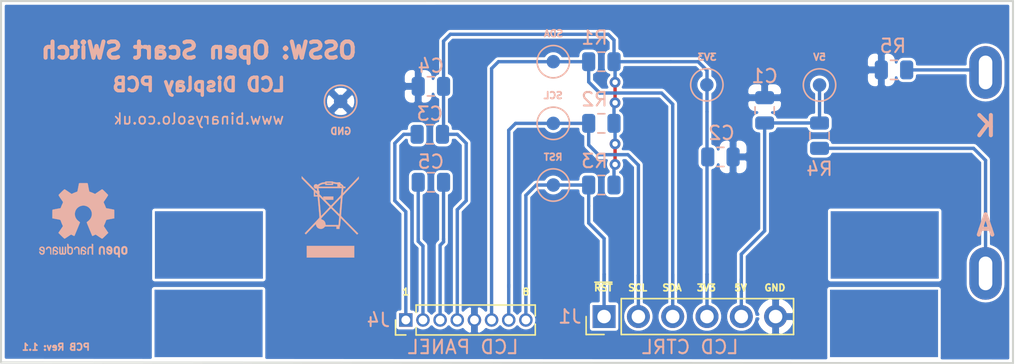
<source format=kicad_pcb>
(kicad_pcb (version 20171130) (host pcbnew 5.1.6-c6e7f7d~87~ubuntu18.04.1)

  (general
    (thickness 1.6)
    (drawings 18)
    (tracks 97)
    (zones 0)
    (modules 25)
    (nets 16)
  )

  (page A4)
  (title_block
    (title "OSSW - Open Scart SWitch - LCD PCB")
    (date 2021-02-05)
    (rev "1.1 [ALPHA]")
    (company "Binary Solo")
    (comment 1 www.binarysolo.co.uk)
  )

  (layers
    (0 F.Cu signal)
    (31 B.Cu signal)
    (32 B.Adhes user)
    (33 F.Adhes user)
    (34 B.Paste user)
    (35 F.Paste user)
    (36 B.SilkS user)
    (37 F.SilkS user)
    (38 B.Mask user)
    (39 F.Mask user)
    (40 Dwgs.User user)
    (41 Cmts.User user)
    (42 Eco1.User user)
    (43 Eco2.User user)
    (44 Edge.Cuts user)
    (45 Margin user)
    (46 B.CrtYd user)
    (47 F.CrtYd user)
    (48 B.Fab user)
    (49 F.Fab user)
  )

  (setup
    (last_trace_width 0.25)
    (trace_clearance 0.2)
    (zone_clearance 0.2)
    (zone_45_only no)
    (trace_min 0.2)
    (via_size 0.8)
    (via_drill 0.4)
    (via_min_size 0.4)
    (via_min_drill 0.3)
    (uvia_size 0.3)
    (uvia_drill 0.1)
    (uvias_allowed no)
    (uvia_min_size 0.2)
    (uvia_min_drill 0.1)
    (edge_width 0.15)
    (segment_width 0.2)
    (pcb_text_width 0.3)
    (pcb_text_size 1.5 1.5)
    (mod_edge_width 0.15)
    (mod_text_size 1 1)
    (mod_text_width 0.15)
    (pad_size 1 1)
    (pad_drill 0)
    (pad_to_mask_clearance 0.051)
    (solder_mask_min_width 0.25)
    (aux_axis_origin 0 0)
    (visible_elements FFFFFF7F)
    (pcbplotparams
      (layerselection 0x010fc_ffffffff)
      (usegerberextensions false)
      (usegerberattributes false)
      (usegerberadvancedattributes false)
      (creategerberjobfile false)
      (excludeedgelayer true)
      (linewidth 0.100000)
      (plotframeref false)
      (viasonmask false)
      (mode 1)
      (useauxorigin false)
      (hpglpennumber 1)
      (hpglpenspeed 20)
      (hpglpendiameter 15.000000)
      (psnegative false)
      (psa4output false)
      (plotreference true)
      (plotvalue true)
      (plotinvisibletext false)
      (padsonsilk false)
      (subtractmaskfromsilk false)
      (outputformat 1)
      (mirror false)
      (drillshape 0)
      (scaleselection 1)
      (outputdirectory "GERBER"))
  )

  (net 0 "")
  (net 1 GND)
  (net 2 "Net-(C3-Pad1)")
  (net 3 "Net-(C5-Pad1)")
  (net 4 "Net-(C5-Pad2)")
  (net 5 "Net-(J2-Pad1)")
  (net 6 "Net-(J3-Pad1)")
  (net 7 "Net-(J2-Pad2)")
  (net 8 5V)
  (net 9 3V3)
  (net 10 RST)
  (net 11 SCL)
  (net 12 SDA)
  (net 13 "Net-(J5-Pad1)")
  (net 14 "Net-(J6-Pad1)")
  (net 15 "Net-(J7-Pad1)")

  (net_class Default "This is the default net class."
    (clearance 0.2)
    (trace_width 0.25)
    (via_dia 0.8)
    (via_drill 0.4)
    (uvia_dia 0.3)
    (uvia_drill 0.1)
    (add_net 3V3)
    (add_net 5V)
    (add_net GND)
    (add_net "Net-(C3-Pad1)")
    (add_net "Net-(C5-Pad1)")
    (add_net "Net-(C5-Pad2)")
    (add_net "Net-(J2-Pad1)")
    (add_net "Net-(J2-Pad2)")
    (add_net "Net-(J3-Pad1)")
    (add_net "Net-(J5-Pad1)")
    (add_net "Net-(J6-Pad1)")
    (add_net "Net-(J7-Pad1)")
    (add_net RST)
    (add_net SCL)
    (add_net SDA)
  )

  (module Symbol:OSHW-Logo2_7.3x6mm_SilkScreen (layer B.Cu) (tedit 0) (tstamp 5F4842BC)
    (at 127.762 97.409 180)
    (descr "Open Source Hardware Symbol")
    (tags "Logo Symbol OSHW")
    (attr virtual)
    (fp_text reference REF** (at 0 0) (layer B.SilkS) hide
      (effects (font (size 1 1) (thickness 0.15)) (justify mirror))
    )
    (fp_text value OSHW-Logo2_7.3x6mm_SilkScreen (at 0.75 0) (layer B.Fab) hide
      (effects (font (size 1 1) (thickness 0.15)) (justify mirror))
    )
    (fp_poly (pts (xy 0.10391 2.757652) (xy 0.182454 2.757222) (xy 0.239298 2.756058) (xy 0.278105 2.753793)
      (xy 0.302538 2.75006) (xy 0.316262 2.744494) (xy 0.32294 2.736727) (xy 0.326236 2.726395)
      (xy 0.326556 2.725057) (xy 0.331562 2.700921) (xy 0.340829 2.653299) (xy 0.353392 2.587259)
      (xy 0.368287 2.507872) (xy 0.384551 2.420204) (xy 0.385119 2.417125) (xy 0.40141 2.331211)
      (xy 0.416652 2.255304) (xy 0.429861 2.193955) (xy 0.440054 2.151718) (xy 0.446248 2.133145)
      (xy 0.446543 2.132816) (xy 0.464788 2.123747) (xy 0.502405 2.108633) (xy 0.551271 2.090738)
      (xy 0.551543 2.090642) (xy 0.613093 2.067507) (xy 0.685657 2.038035) (xy 0.754057 2.008403)
      (xy 0.757294 2.006938) (xy 0.868702 1.956374) (xy 1.115399 2.12484) (xy 1.191077 2.176197)
      (xy 1.259631 2.222111) (xy 1.317088 2.25997) (xy 1.359476 2.287163) (xy 1.382825 2.301079)
      (xy 1.385042 2.302111) (xy 1.40201 2.297516) (xy 1.433701 2.275345) (xy 1.481352 2.234553)
      (xy 1.546198 2.174095) (xy 1.612397 2.109773) (xy 1.676214 2.046388) (xy 1.733329 1.988549)
      (xy 1.780305 1.939825) (xy 1.813703 1.90379) (xy 1.830085 1.884016) (xy 1.830694 1.882998)
      (xy 1.832505 1.869428) (xy 1.825683 1.847267) (xy 1.80854 1.813522) (xy 1.779393 1.7652)
      (xy 1.736555 1.699308) (xy 1.679448 1.614483) (xy 1.628766 1.539823) (xy 1.583461 1.47286)
      (xy 1.54615 1.417484) (xy 1.519452 1.37758) (xy 1.505985 1.357038) (xy 1.505137 1.355644)
      (xy 1.506781 1.335962) (xy 1.519245 1.297707) (xy 1.540048 1.248111) (xy 1.547462 1.232272)
      (xy 1.579814 1.16171) (xy 1.614328 1.081647) (xy 1.642365 1.012371) (xy 1.662568 0.960955)
      (xy 1.678615 0.921881) (xy 1.687888 0.901459) (xy 1.689041 0.899886) (xy 1.706096 0.897279)
      (xy 1.746298 0.890137) (xy 1.804302 0.879477) (xy 1.874763 0.866315) (xy 1.952335 0.851667)
      (xy 2.031672 0.836551) (xy 2.107431 0.821982) (xy 2.174264 0.808978) (xy 2.226828 0.798555)
      (xy 2.259776 0.79173) (xy 2.267857 0.789801) (xy 2.276205 0.785038) (xy 2.282506 0.774282)
      (xy 2.287045 0.753902) (xy 2.290104 0.720266) (xy 2.291967 0.669745) (xy 2.292918 0.598708)
      (xy 2.29324 0.503524) (xy 2.293257 0.464508) (xy 2.293257 0.147201) (xy 2.217057 0.132161)
      (xy 2.174663 0.124005) (xy 2.1114 0.112101) (xy 2.034962 0.097884) (xy 1.953043 0.08279)
      (xy 1.9304 0.078645) (xy 1.854806 0.063947) (xy 1.788953 0.049495) (xy 1.738366 0.036625)
      (xy 1.708574 0.026678) (xy 1.703612 0.023713) (xy 1.691426 0.002717) (xy 1.673953 -0.037967)
      (xy 1.654577 -0.090322) (xy 1.650734 -0.1016) (xy 1.625339 -0.171523) (xy 1.593817 -0.250418)
      (xy 1.562969 -0.321266) (xy 1.562817 -0.321595) (xy 1.511447 -0.432733) (xy 1.680399 -0.681253)
      (xy 1.849352 -0.929772) (xy 1.632429 -1.147058) (xy 1.566819 -1.211726) (xy 1.506979 -1.268733)
      (xy 1.456267 -1.315033) (xy 1.418046 -1.347584) (xy 1.395675 -1.363343) (xy 1.392466 -1.364343)
      (xy 1.373626 -1.356469) (xy 1.33518 -1.334578) (xy 1.28133 -1.301267) (xy 1.216276 -1.259131)
      (xy 1.14594 -1.211943) (xy 1.074555 -1.16381) (xy 1.010908 -1.121928) (xy 0.959041 -1.088871)
      (xy 0.922995 -1.067218) (xy 0.906867 -1.059543) (xy 0.887189 -1.066037) (xy 0.849875 -1.08315)
      (xy 0.802621 -1.107326) (xy 0.797612 -1.110013) (xy 0.733977 -1.141927) (xy 0.690341 -1.157579)
      (xy 0.663202 -1.157745) (xy 0.649057 -1.143204) (xy 0.648975 -1.143) (xy 0.641905 -1.125779)
      (xy 0.625042 -1.084899) (xy 0.599695 -1.023525) (xy 0.567171 -0.944819) (xy 0.528778 -0.851947)
      (xy 0.485822 -0.748072) (xy 0.444222 -0.647502) (xy 0.398504 -0.536516) (xy 0.356526 -0.433703)
      (xy 0.319548 -0.342215) (xy 0.288827 -0.265201) (xy 0.265622 -0.205815) (xy 0.25119 -0.167209)
      (xy 0.246743 -0.1528) (xy 0.257896 -0.136272) (xy 0.287069 -0.10993) (xy 0.325971 -0.080887)
      (xy 0.436757 0.010961) (xy 0.523351 0.116241) (xy 0.584716 0.232734) (xy 0.619815 0.358224)
      (xy 0.627608 0.490493) (xy 0.621943 0.551543) (xy 0.591078 0.678205) (xy 0.53792 0.790059)
      (xy 0.465767 0.885999) (xy 0.377917 0.964924) (xy 0.277665 1.02573) (xy 0.16831 1.067313)
      (xy 0.053147 1.088572) (xy -0.064525 1.088401) (xy -0.18141 1.065699) (xy -0.294211 1.019362)
      (xy -0.399631 0.948287) (xy -0.443632 0.908089) (xy -0.528021 0.804871) (xy -0.586778 0.692075)
      (xy -0.620296 0.57299) (xy -0.628965 0.450905) (xy -0.613177 0.329107) (xy -0.573322 0.210884)
      (xy -0.509793 0.099525) (xy -0.422979 -0.001684) (xy -0.325971 -0.080887) (xy -0.285563 -0.111162)
      (xy -0.257018 -0.137219) (xy -0.246743 -0.152825) (xy -0.252123 -0.169843) (xy -0.267425 -0.2105)
      (xy -0.291388 -0.271642) (xy -0.322756 -0.350119) (xy -0.360268 -0.44278) (xy -0.402667 -0.546472)
      (xy -0.444337 -0.647526) (xy -0.49031 -0.758607) (xy -0.532893 -0.861541) (xy -0.570779 -0.953165)
      (xy -0.60266 -1.030316) (xy -0.627229 -1.089831) (xy -0.64318 -1.128544) (xy -0.64909 -1.143)
      (xy -0.663052 -1.157685) (xy -0.69006 -1.157642) (xy -0.733587 -1.142099) (xy -0.79711 -1.110284)
      (xy -0.797612 -1.110013) (xy -0.84544 -1.085323) (xy -0.884103 -1.067338) (xy -0.905905 -1.059614)
      (xy -0.906867 -1.059543) (xy -0.923279 -1.067378) (xy -0.959513 -1.089165) (xy -1.011526 -1.122328)
      (xy -1.075275 -1.164291) (xy -1.14594 -1.211943) (xy -1.217884 -1.260191) (xy -1.282726 -1.302151)
      (xy -1.336265 -1.335227) (xy -1.374303 -1.356821) (xy -1.392467 -1.364343) (xy -1.409192 -1.354457)
      (xy -1.44282 -1.326826) (xy -1.48999 -1.284495) (xy -1.547342 -1.230505) (xy -1.611516 -1.167899)
      (xy -1.632503 -1.146983) (xy -1.849501 -0.929623) (xy -1.684332 -0.68722) (xy -1.634136 -0.612781)
      (xy -1.590081 -0.545972) (xy -1.554638 -0.490665) (xy -1.530281 -0.450729) (xy -1.519478 -0.430036)
      (xy -1.519162 -0.428563) (xy -1.524857 -0.409058) (xy -1.540174 -0.369822) (xy -1.562463 -0.31743)
      (xy -1.578107 -0.282355) (xy -1.607359 -0.215201) (xy -1.634906 -0.147358) (xy -1.656263 -0.090034)
      (xy -1.662065 -0.072572) (xy -1.678548 -0.025938) (xy -1.69466 0.010095) (xy -1.70351 0.023713)
      (xy -1.72304 0.032048) (xy -1.765666 0.043863) (xy -1.825855 0.057819) (xy -1.898078 0.072578)
      (xy -1.9304 0.078645) (xy -2.012478 0.093727) (xy -2.091205 0.108331) (xy -2.158891 0.12102)
      (xy -2.20784 0.130358) (xy -2.217057 0.132161) (xy -2.293257 0.147201) (xy -2.293257 0.464508)
      (xy -2.293086 0.568846) (xy -2.292384 0.647787) (xy -2.290866 0.704962) (xy -2.288251 0.744001)
      (xy -2.284254 0.768535) (xy -2.278591 0.782195) (xy -2.27098 0.788611) (xy -2.267857 0.789801)
      (xy -2.249022 0.79402) (xy -2.207412 0.802438) (xy -2.14837 0.814039) (xy -2.077243 0.827805)
      (xy -1.999375 0.84272) (xy -1.920113 0.857768) (xy -1.844802 0.871931) (xy -1.778787 0.884194)
      (xy -1.727413 0.893539) (xy -1.696025 0.89895) (xy -1.689041 0.899886) (xy -1.682715 0.912404)
      (xy -1.66871 0.945754) (xy -1.649645 0.993623) (xy -1.642366 1.012371) (xy -1.613004 1.084805)
      (xy -1.578429 1.16483) (xy -1.547463 1.232272) (xy -1.524677 1.283841) (xy -1.509518 1.326215)
      (xy -1.504458 1.352166) (xy -1.505264 1.355644) (xy -1.515959 1.372064) (xy -1.54038 1.408583)
      (xy -1.575905 1.461313) (xy -1.619913 1.526365) (xy -1.669783 1.599849) (xy -1.679644 1.614355)
      (xy -1.737508 1.700296) (xy -1.780044 1.765739) (xy -1.808946 1.813696) (xy -1.82591 1.84718)
      (xy -1.832633 1.869205) (xy -1.83081 1.882783) (xy -1.830764 1.882869) (xy -1.816414 1.900703)
      (xy -1.784677 1.935183) (xy -1.73899 1.982732) (xy -1.682796 2.039778) (xy -1.619532 2.102745)
      (xy -1.612398 2.109773) (xy -1.53267 2.18698) (xy -1.471143 2.24367) (xy -1.426579 2.28089)
      (xy -1.397743 2.299685) (xy -1.385042 2.302111) (xy -1.366506 2.291529) (xy -1.328039 2.267084)
      (xy -1.273614 2.231388) (xy -1.207202 2.187053) (xy -1.132775 2.136689) (xy -1.115399 2.12484)
      (xy -0.868703 1.956374) (xy -0.757294 2.006938) (xy -0.689543 2.036405) (xy -0.616817 2.066041)
      (xy -0.554297 2.08967) (xy -0.551543 2.090642) (xy -0.50264 2.108543) (xy -0.464943 2.12368)
      (xy -0.446575 2.13279) (xy -0.446544 2.132816) (xy -0.440715 2.149283) (xy -0.430808 2.189781)
      (xy -0.417805 2.249758) (xy -0.402691 2.32466) (xy -0.386448 2.409936) (xy -0.385119 2.417125)
      (xy -0.368825 2.504986) (xy -0.353867 2.58474) (xy -0.341209 2.651319) (xy -0.331814 2.699653)
      (xy -0.326646 2.724675) (xy -0.326556 2.725057) (xy -0.323411 2.735701) (xy -0.317296 2.743738)
      (xy -0.304547 2.749533) (xy -0.2815 2.753453) (xy -0.244491 2.755865) (xy -0.189856 2.757135)
      (xy -0.113933 2.757629) (xy -0.013056 2.757714) (xy 0 2.757714) (xy 0.10391 2.757652)) (layer B.SilkS) (width 0.01))
    (fp_poly (pts (xy 3.153595 -1.966966) (xy 3.211021 -2.004497) (xy 3.238719 -2.038096) (xy 3.260662 -2.099064)
      (xy 3.262405 -2.147308) (xy 3.258457 -2.211816) (xy 3.109686 -2.276934) (xy 3.037349 -2.310202)
      (xy 2.990084 -2.336964) (xy 2.965507 -2.360144) (xy 2.961237 -2.382667) (xy 2.974889 -2.407455)
      (xy 2.989943 -2.423886) (xy 3.033746 -2.450235) (xy 3.081389 -2.452081) (xy 3.125145 -2.431546)
      (xy 3.157289 -2.390752) (xy 3.163038 -2.376347) (xy 3.190576 -2.331356) (xy 3.222258 -2.312182)
      (xy 3.265714 -2.295779) (xy 3.265714 -2.357966) (xy 3.261872 -2.400283) (xy 3.246823 -2.435969)
      (xy 3.21528 -2.476943) (xy 3.210592 -2.482267) (xy 3.175506 -2.51872) (xy 3.145347 -2.538283)
      (xy 3.107615 -2.547283) (xy 3.076335 -2.55023) (xy 3.020385 -2.550965) (xy 2.980555 -2.54166)
      (xy 2.955708 -2.527846) (xy 2.916656 -2.497467) (xy 2.889625 -2.464613) (xy 2.872517 -2.423294)
      (xy 2.863238 -2.367521) (xy 2.859693 -2.291305) (xy 2.85941 -2.252622) (xy 2.860372 -2.206247)
      (xy 2.948007 -2.206247) (xy 2.949023 -2.231126) (xy 2.951556 -2.2352) (xy 2.968274 -2.229665)
      (xy 3.004249 -2.215017) (xy 3.052331 -2.19419) (xy 3.062386 -2.189714) (xy 3.123152 -2.158814)
      (xy 3.156632 -2.131657) (xy 3.16399 -2.10622) (xy 3.146391 -2.080481) (xy 3.131856 -2.069109)
      (xy 3.07941 -2.046364) (xy 3.030322 -2.050122) (xy 2.989227 -2.077884) (xy 2.960758 -2.127152)
      (xy 2.951631 -2.166257) (xy 2.948007 -2.206247) (xy 2.860372 -2.206247) (xy 2.861285 -2.162249)
      (xy 2.868196 -2.095384) (xy 2.881884 -2.046695) (xy 2.904096 -2.010849) (xy 2.936574 -1.982513)
      (xy 2.950733 -1.973355) (xy 3.015053 -1.949507) (xy 3.085473 -1.948006) (xy 3.153595 -1.966966)) (layer B.SilkS) (width 0.01))
    (fp_poly (pts (xy 2.6526 -1.958752) (xy 2.669948 -1.966334) (xy 2.711356 -1.999128) (xy 2.746765 -2.046547)
      (xy 2.768664 -2.097151) (xy 2.772229 -2.122098) (xy 2.760279 -2.156927) (xy 2.734067 -2.175357)
      (xy 2.705964 -2.186516) (xy 2.693095 -2.188572) (xy 2.686829 -2.173649) (xy 2.674456 -2.141175)
      (xy 2.669028 -2.126502) (xy 2.63859 -2.075744) (xy 2.59452 -2.050427) (xy 2.53801 -2.051206)
      (xy 2.533825 -2.052203) (xy 2.503655 -2.066507) (xy 2.481476 -2.094393) (xy 2.466327 -2.139287)
      (xy 2.45725 -2.204615) (xy 2.453286 -2.293804) (xy 2.452914 -2.341261) (xy 2.45273 -2.416071)
      (xy 2.451522 -2.467069) (xy 2.448309 -2.499471) (xy 2.442109 -2.518495) (xy 2.43194 -2.529356)
      (xy 2.416819 -2.537272) (xy 2.415946 -2.53767) (xy 2.386828 -2.549981) (xy 2.372403 -2.554514)
      (xy 2.370186 -2.540809) (xy 2.368289 -2.502925) (xy 2.366847 -2.445715) (xy 2.365998 -2.374027)
      (xy 2.365829 -2.321565) (xy 2.366692 -2.220047) (xy 2.37007 -2.143032) (xy 2.377142 -2.086023)
      (xy 2.389088 -2.044526) (xy 2.40709 -2.014043) (xy 2.432327 -1.99008) (xy 2.457247 -1.973355)
      (xy 2.517171 -1.951097) (xy 2.586911 -1.946076) (xy 2.6526 -1.958752)) (layer B.SilkS) (width 0.01))
    (fp_poly (pts (xy 2.144876 -1.956335) (xy 2.186667 -1.975344) (xy 2.219469 -1.998378) (xy 2.243503 -2.024133)
      (xy 2.260097 -2.057358) (xy 2.270577 -2.1028) (xy 2.276271 -2.165207) (xy 2.278507 -2.249327)
      (xy 2.278743 -2.304721) (xy 2.278743 -2.520826) (xy 2.241774 -2.53767) (xy 2.212656 -2.549981)
      (xy 2.198231 -2.554514) (xy 2.195472 -2.541025) (xy 2.193282 -2.504653) (xy 2.191942 -2.451542)
      (xy 2.191657 -2.409372) (xy 2.190434 -2.348447) (xy 2.187136 -2.300115) (xy 2.182321 -2.270518)
      (xy 2.178496 -2.264229) (xy 2.152783 -2.270652) (xy 2.112418 -2.287125) (xy 2.065679 -2.309458)
      (xy 2.020845 -2.333457) (xy 1.986193 -2.35493) (xy 1.970002 -2.369685) (xy 1.969938 -2.369845)
      (xy 1.97133 -2.397152) (xy 1.983818 -2.423219) (xy 2.005743 -2.444392) (xy 2.037743 -2.451474)
      (xy 2.065092 -2.450649) (xy 2.103826 -2.450042) (xy 2.124158 -2.459116) (xy 2.136369 -2.483092)
      (xy 2.137909 -2.487613) (xy 2.143203 -2.521806) (xy 2.129047 -2.542568) (xy 2.092148 -2.552462)
      (xy 2.052289 -2.554292) (xy 1.980562 -2.540727) (xy 1.943432 -2.521355) (xy 1.897576 -2.475845)
      (xy 1.873256 -2.419983) (xy 1.871073 -2.360957) (xy 1.891629 -2.305953) (xy 1.922549 -2.271486)
      (xy 1.95342 -2.252189) (xy 2.001942 -2.227759) (xy 2.058485 -2.202985) (xy 2.06791 -2.199199)
      (xy 2.130019 -2.171791) (xy 2.165822 -2.147634) (xy 2.177337 -2.123619) (xy 2.16658 -2.096635)
      (xy 2.148114 -2.075543) (xy 2.104469 -2.049572) (xy 2.056446 -2.047624) (xy 2.012406 -2.067637)
      (xy 1.980709 -2.107551) (xy 1.976549 -2.117848) (xy 1.952327 -2.155724) (xy 1.916965 -2.183842)
      (xy 1.872343 -2.206917) (xy 1.872343 -2.141485) (xy 1.874969 -2.101506) (xy 1.88623 -2.069997)
      (xy 1.911199 -2.036378) (xy 1.935169 -2.010484) (xy 1.972441 -1.973817) (xy 2.001401 -1.954121)
      (xy 2.032505 -1.94622) (xy 2.067713 -1.944914) (xy 2.144876 -1.956335)) (layer B.SilkS) (width 0.01))
    (fp_poly (pts (xy 1.779833 -1.958663) (xy 1.782048 -1.99685) (xy 1.783784 -2.054886) (xy 1.784899 -2.12818)
      (xy 1.785257 -2.205055) (xy 1.785257 -2.465196) (xy 1.739326 -2.511127) (xy 1.707675 -2.539429)
      (xy 1.67989 -2.550893) (xy 1.641915 -2.550168) (xy 1.62684 -2.548321) (xy 1.579726 -2.542948)
      (xy 1.540756 -2.539869) (xy 1.531257 -2.539585) (xy 1.499233 -2.541445) (xy 1.453432 -2.546114)
      (xy 1.435674 -2.548321) (xy 1.392057 -2.551735) (xy 1.362745 -2.54432) (xy 1.33368 -2.521427)
      (xy 1.323188 -2.511127) (xy 1.277257 -2.465196) (xy 1.277257 -1.978602) (xy 1.314226 -1.961758)
      (xy 1.346059 -1.949282) (xy 1.364683 -1.944914) (xy 1.369458 -1.958718) (xy 1.373921 -1.997286)
      (xy 1.377775 -2.056356) (xy 1.380722 -2.131663) (xy 1.382143 -2.195286) (xy 1.386114 -2.445657)
      (xy 1.420759 -2.450556) (xy 1.452268 -2.447131) (xy 1.467708 -2.436041) (xy 1.472023 -2.415308)
      (xy 1.475708 -2.371145) (xy 1.478469 -2.309146) (xy 1.480012 -2.234909) (xy 1.480235 -2.196706)
      (xy 1.480457 -1.976783) (xy 1.526166 -1.960849) (xy 1.558518 -1.950015) (xy 1.576115 -1.944962)
      (xy 1.576623 -1.944914) (xy 1.578388 -1.958648) (xy 1.580329 -1.99673) (xy 1.582282 -2.054482)
      (xy 1.584084 -2.127227) (xy 1.585343 -2.195286) (xy 1.589314 -2.445657) (xy 1.6764 -2.445657)
      (xy 1.680396 -2.21724) (xy 1.684392 -1.988822) (xy 1.726847 -1.966868) (xy 1.758192 -1.951793)
      (xy 1.776744 -1.944951) (xy 1.777279 -1.944914) (xy 1.779833 -1.958663)) (layer B.SilkS) (width 0.01))
    (fp_poly (pts (xy 1.190117 -2.065358) (xy 1.189933 -2.173837) (xy 1.189219 -2.257287) (xy 1.187675 -2.319704)
      (xy 1.185001 -2.365085) (xy 1.180894 -2.397429) (xy 1.175055 -2.420733) (xy 1.167182 -2.438995)
      (xy 1.161221 -2.449418) (xy 1.111855 -2.505945) (xy 1.049264 -2.541377) (xy 0.980013 -2.55409)
      (xy 0.910668 -2.542463) (xy 0.869375 -2.521568) (xy 0.826025 -2.485422) (xy 0.796481 -2.441276)
      (xy 0.778655 -2.383462) (xy 0.770463 -2.306313) (xy 0.769302 -2.249714) (xy 0.769458 -2.245647)
      (xy 0.870857 -2.245647) (xy 0.871476 -2.31055) (xy 0.874314 -2.353514) (xy 0.88084 -2.381622)
      (xy 0.892523 -2.401953) (xy 0.906483 -2.417288) (xy 0.953365 -2.44689) (xy 1.003701 -2.449419)
      (xy 1.051276 -2.424705) (xy 1.054979 -2.421356) (xy 1.070783 -2.403935) (xy 1.080693 -2.383209)
      (xy 1.086058 -2.352362) (xy 1.088228 -2.304577) (xy 1.088571 -2.251748) (xy 1.087827 -2.185381)
      (xy 1.084748 -2.141106) (xy 1.078061 -2.112009) (xy 1.066496 -2.091173) (xy 1.057013 -2.080107)
      (xy 1.01296 -2.052198) (xy 0.962224 -2.048843) (xy 0.913796 -2.070159) (xy 0.90445 -2.078073)
      (xy 0.88854 -2.095647) (xy 0.87861 -2.116587) (xy 0.873278 -2.147782) (xy 0.871163 -2.196122)
      (xy 0.870857 -2.245647) (xy 0.769458 -2.245647) (xy 0.77281 -2.158568) (xy 0.784726 -2.090086)
      (xy 0.807135 -2.0386) (xy 0.842124 -1.998443) (xy 0.869375 -1.977861) (xy 0.918907 -1.955625)
      (xy 0.976316 -1.945304) (xy 1.029682 -1.948067) (xy 1.059543 -1.959212) (xy 1.071261 -1.962383)
      (xy 1.079037 -1.950557) (xy 1.084465 -1.918866) (xy 1.088571 -1.870593) (xy 1.093067 -1.816829)
      (xy 1.099313 -1.784482) (xy 1.110676 -1.765985) (xy 1.130528 -1.75377) (xy 1.143 -1.748362)
      (xy 1.190171 -1.728601) (xy 1.190117 -2.065358)) (layer B.SilkS) (width 0.01))
    (fp_poly (pts (xy 0.529926 -1.949755) (xy 0.595858 -1.974084) (xy 0.649273 -2.017117) (xy 0.670164 -2.047409)
      (xy 0.692939 -2.102994) (xy 0.692466 -2.143186) (xy 0.668562 -2.170217) (xy 0.659717 -2.174813)
      (xy 0.62153 -2.189144) (xy 0.602028 -2.185472) (xy 0.595422 -2.161407) (xy 0.595086 -2.148114)
      (xy 0.582992 -2.09921) (xy 0.551471 -2.064999) (xy 0.507659 -2.048476) (xy 0.458695 -2.052634)
      (xy 0.418894 -2.074227) (xy 0.40545 -2.086544) (xy 0.395921 -2.101487) (xy 0.389485 -2.124075)
      (xy 0.385317 -2.159328) (xy 0.382597 -2.212266) (xy 0.380502 -2.287907) (xy 0.37996 -2.311857)
      (xy 0.377981 -2.39379) (xy 0.375731 -2.451455) (xy 0.372357 -2.489608) (xy 0.367006 -2.513004)
      (xy 0.358824 -2.526398) (xy 0.346959 -2.534545) (xy 0.339362 -2.538144) (xy 0.307102 -2.550452)
      (xy 0.288111 -2.554514) (xy 0.281836 -2.540948) (xy 0.278006 -2.499934) (xy 0.2766 -2.430999)
      (xy 0.277598 -2.333669) (xy 0.277908 -2.318657) (xy 0.280101 -2.229859) (xy 0.282693 -2.165019)
      (xy 0.286382 -2.119067) (xy 0.291864 -2.086935) (xy 0.299835 -2.063553) (xy 0.310993 -2.043852)
      (xy 0.31683 -2.03541) (xy 0.350296 -1.998057) (xy 0.387727 -1.969003) (xy 0.392309 -1.966467)
      (xy 0.459426 -1.946443) (xy 0.529926 -1.949755)) (layer B.SilkS) (width 0.01))
    (fp_poly (pts (xy 0.039744 -1.950968) (xy 0.096616 -1.972087) (xy 0.097267 -1.972493) (xy 0.13244 -1.99838)
      (xy 0.158407 -2.028633) (xy 0.17667 -2.068058) (xy 0.188732 -2.121462) (xy 0.196096 -2.193651)
      (xy 0.200264 -2.289432) (xy 0.200629 -2.303078) (xy 0.205876 -2.508842) (xy 0.161716 -2.531678)
      (xy 0.129763 -2.54711) (xy 0.11047 -2.554423) (xy 0.109578 -2.554514) (xy 0.106239 -2.541022)
      (xy 0.103587 -2.504626) (xy 0.101956 -2.451452) (xy 0.1016 -2.408393) (xy 0.101592 -2.338641)
      (xy 0.098403 -2.294837) (xy 0.087288 -2.273944) (xy 0.063501 -2.272925) (xy 0.022296 -2.288741)
      (xy -0.039914 -2.317815) (xy -0.085659 -2.341963) (xy -0.109187 -2.362913) (xy -0.116104 -2.385747)
      (xy -0.116114 -2.386877) (xy -0.104701 -2.426212) (xy -0.070908 -2.447462) (xy -0.019191 -2.450539)
      (xy 0.018061 -2.450006) (xy 0.037703 -2.460735) (xy 0.049952 -2.486505) (xy 0.057002 -2.519337)
      (xy 0.046842 -2.537966) (xy 0.043017 -2.540632) (xy 0.007001 -2.55134) (xy -0.043434 -2.552856)
      (xy -0.095374 -2.545759) (xy -0.132178 -2.532788) (xy -0.183062 -2.489585) (xy -0.211986 -2.429446)
      (xy -0.217714 -2.382462) (xy -0.213343 -2.340082) (xy -0.197525 -2.305488) (xy -0.166203 -2.274763)
      (xy -0.115322 -2.24399) (xy -0.040824 -2.209252) (xy -0.036286 -2.207288) (xy 0.030821 -2.176287)
      (xy 0.072232 -2.150862) (xy 0.089981 -2.128014) (xy 0.086107 -2.104745) (xy 0.062643 -2.078056)
      (xy 0.055627 -2.071914) (xy 0.00863 -2.0481) (xy -0.040067 -2.049103) (xy -0.082478 -2.072451)
      (xy -0.110616 -2.115675) (xy -0.113231 -2.12416) (xy -0.138692 -2.165308) (xy -0.170999 -2.185128)
      (xy -0.217714 -2.20477) (xy -0.217714 -2.15395) (xy -0.203504 -2.080082) (xy -0.161325 -2.012327)
      (xy -0.139376 -1.989661) (xy -0.089483 -1.960569) (xy -0.026033 -1.9474) (xy 0.039744 -1.950968)) (layer B.SilkS) (width 0.01))
    (fp_poly (pts (xy -0.624114 -1.851289) (xy -0.619861 -1.910613) (xy -0.614975 -1.945572) (xy -0.608205 -1.96082)
      (xy -0.598298 -1.961015) (xy -0.595086 -1.959195) (xy -0.552356 -1.946015) (xy -0.496773 -1.946785)
      (xy -0.440263 -1.960333) (xy -0.404918 -1.977861) (xy -0.368679 -2.005861) (xy -0.342187 -2.037549)
      (xy -0.324001 -2.077813) (xy -0.312678 -2.131543) (xy -0.306778 -2.203626) (xy -0.304857 -2.298951)
      (xy -0.304823 -2.317237) (xy -0.3048 -2.522646) (xy -0.350509 -2.53858) (xy -0.382973 -2.54942)
      (xy -0.400785 -2.554468) (xy -0.401309 -2.554514) (xy -0.403063 -2.540828) (xy -0.404556 -2.503076)
      (xy -0.405674 -2.446224) (xy -0.406303 -2.375234) (xy -0.4064 -2.332073) (xy -0.406602 -2.246973)
      (xy -0.407642 -2.185981) (xy -0.410169 -2.144177) (xy -0.414836 -2.116642) (xy -0.422293 -2.098456)
      (xy -0.433189 -2.084698) (xy -0.439993 -2.078073) (xy -0.486728 -2.051375) (xy -0.537728 -2.049375)
      (xy -0.583999 -2.071955) (xy -0.592556 -2.080107) (xy -0.605107 -2.095436) (xy -0.613812 -2.113618)
      (xy -0.619369 -2.139909) (xy -0.622474 -2.179562) (xy -0.623824 -2.237832) (xy -0.624114 -2.318173)
      (xy -0.624114 -2.522646) (xy -0.669823 -2.53858) (xy -0.702287 -2.54942) (xy -0.720099 -2.554468)
      (xy -0.720623 -2.554514) (xy -0.721963 -2.540623) (xy -0.723172 -2.501439) (xy -0.724199 -2.4407)
      (xy -0.724998 -2.362141) (xy -0.725519 -2.269498) (xy -0.725714 -2.166509) (xy -0.725714 -1.769342)
      (xy -0.678543 -1.749444) (xy -0.631371 -1.729547) (xy -0.624114 -1.851289)) (layer B.SilkS) (width 0.01))
    (fp_poly (pts (xy -1.831697 -1.931239) (xy -1.774473 -1.969735) (xy -1.730251 -2.025335) (xy -1.703833 -2.096086)
      (xy -1.69849 -2.148162) (xy -1.699097 -2.169893) (xy -1.704178 -2.186531) (xy -1.718145 -2.201437)
      (xy -1.745411 -2.217973) (xy -1.790388 -2.239498) (xy -1.857489 -2.269374) (xy -1.857829 -2.269524)
      (xy -1.919593 -2.297813) (xy -1.970241 -2.322933) (xy -2.004596 -2.342179) (xy -2.017482 -2.352848)
      (xy -2.017486 -2.352934) (xy -2.006128 -2.376166) (xy -1.979569 -2.401774) (xy -1.949077 -2.420221)
      (xy -1.93363 -2.423886) (xy -1.891485 -2.411212) (xy -1.855192 -2.379471) (xy -1.837483 -2.344572)
      (xy -1.820448 -2.318845) (xy -1.787078 -2.289546) (xy -1.747851 -2.264235) (xy -1.713244 -2.250471)
      (xy -1.706007 -2.249714) (xy -1.697861 -2.26216) (xy -1.69737 -2.293972) (xy -1.703357 -2.336866)
      (xy -1.714643 -2.382558) (xy -1.73005 -2.422761) (xy -1.730829 -2.424322) (xy -1.777196 -2.489062)
      (xy -1.837289 -2.533097) (xy -1.905535 -2.554711) (xy -1.976362 -2.552185) (xy -2.044196 -2.523804)
      (xy -2.047212 -2.521808) (xy -2.100573 -2.473448) (xy -2.13566 -2.410352) (xy -2.155078 -2.327387)
      (xy -2.157684 -2.304078) (xy -2.162299 -2.194055) (xy -2.156767 -2.142748) (xy -2.017486 -2.142748)
      (xy -2.015676 -2.174753) (xy -2.005778 -2.184093) (xy -1.981102 -2.177105) (xy -1.942205 -2.160587)
      (xy -1.898725 -2.139881) (xy -1.897644 -2.139333) (xy -1.860791 -2.119949) (xy -1.846 -2.107013)
      (xy -1.849647 -2.093451) (xy -1.865005 -2.075632) (xy -1.904077 -2.049845) (xy -1.946154 -2.04795)
      (xy -1.983897 -2.066717) (xy -2.009966 -2.102915) (xy -2.017486 -2.142748) (xy -2.156767 -2.142748)
      (xy -2.152806 -2.106027) (xy -2.12845 -2.036212) (xy -2.094544 -1.987302) (xy -2.033347 -1.937878)
      (xy -1.965937 -1.913359) (xy -1.89712 -1.911797) (xy -1.831697 -1.931239)) (layer B.SilkS) (width 0.01))
    (fp_poly (pts (xy -2.958885 -1.921962) (xy -2.890855 -1.957733) (xy -2.840649 -2.015301) (xy -2.822815 -2.052312)
      (xy -2.808937 -2.107882) (xy -2.801833 -2.178096) (xy -2.80116 -2.254727) (xy -2.806573 -2.329552)
      (xy -2.81773 -2.394342) (xy -2.834286 -2.440873) (xy -2.839374 -2.448887) (xy -2.899645 -2.508707)
      (xy -2.971231 -2.544535) (xy -3.048908 -2.55502) (xy -3.127452 -2.53881) (xy -3.149311 -2.529092)
      (xy -3.191878 -2.499143) (xy -3.229237 -2.459433) (xy -3.232768 -2.454397) (xy -3.247119 -2.430124)
      (xy -3.256606 -2.404178) (xy -3.26221 -2.370022) (xy -3.264914 -2.321119) (xy -3.265701 -2.250935)
      (xy -3.265714 -2.2352) (xy -3.265678 -2.230192) (xy -3.120571 -2.230192) (xy -3.119727 -2.29643)
      (xy -3.116404 -2.340386) (xy -3.109417 -2.368779) (xy -3.097584 -2.388325) (xy -3.091543 -2.394857)
      (xy -3.056814 -2.41968) (xy -3.023097 -2.418548) (xy -2.989005 -2.397016) (xy -2.968671 -2.374029)
      (xy -2.956629 -2.340478) (xy -2.949866 -2.287569) (xy -2.949402 -2.281399) (xy -2.948248 -2.185513)
      (xy -2.960312 -2.114299) (xy -2.98543 -2.068194) (xy -3.02344 -2.047635) (xy -3.037008 -2.046514)
      (xy -3.072636 -2.052152) (xy -3.097006 -2.071686) (xy -3.111907 -2.109042) (xy -3.119125 -2.16815)
      (xy -3.120571 -2.230192) (xy -3.265678 -2.230192) (xy -3.265174 -2.160413) (xy -3.262904 -2.108159)
      (xy -3.257932 -2.071949) (xy -3.249287 -2.045299) (xy -3.235995 -2.021722) (xy -3.233057 -2.017338)
      (xy -3.183687 -1.958249) (xy -3.129891 -1.923947) (xy -3.064398 -1.910331) (xy -3.042158 -1.909665)
      (xy -2.958885 -1.921962)) (layer B.SilkS) (width 0.01))
    (fp_poly (pts (xy -1.283907 -1.92778) (xy -1.237328 -1.954723) (xy -1.204943 -1.981466) (xy -1.181258 -2.009484)
      (xy -1.164941 -2.043748) (xy -1.154661 -2.089227) (xy -1.149086 -2.150892) (xy -1.146884 -2.233711)
      (xy -1.146629 -2.293246) (xy -1.146629 -2.512391) (xy -1.208314 -2.540044) (xy -1.27 -2.567697)
      (xy -1.277257 -2.32767) (xy -1.280256 -2.238028) (xy -1.283402 -2.172962) (xy -1.287299 -2.128026)
      (xy -1.292553 -2.09877) (xy -1.299769 -2.080748) (xy -1.30955 -2.069511) (xy -1.312688 -2.067079)
      (xy -1.360239 -2.048083) (xy -1.408303 -2.0556) (xy -1.436914 -2.075543) (xy -1.448553 -2.089675)
      (xy -1.456609 -2.10822) (xy -1.461729 -2.136334) (xy -1.464559 -2.179173) (xy -1.465744 -2.241895)
      (xy -1.465943 -2.307261) (xy -1.465982 -2.389268) (xy -1.467386 -2.447316) (xy -1.472086 -2.486465)
      (xy -1.482013 -2.51178) (xy -1.499097 -2.528323) (xy -1.525268 -2.541156) (xy -1.560225 -2.554491)
      (xy -1.598404 -2.569007) (xy -1.593859 -2.311389) (xy -1.592029 -2.218519) (xy -1.589888 -2.149889)
      (xy -1.586819 -2.100711) (xy -1.582206 -2.066198) (xy -1.575432 -2.041562) (xy -1.565881 -2.022016)
      (xy -1.554366 -2.00477) (xy -1.49881 -1.94968) (xy -1.43102 -1.917822) (xy -1.357287 -1.910191)
      (xy -1.283907 -1.92778)) (layer B.SilkS) (width 0.01))
    (fp_poly (pts (xy -2.400256 -1.919918) (xy -2.344799 -1.947568) (xy -2.295852 -1.99848) (xy -2.282371 -2.017338)
      (xy -2.267686 -2.042015) (xy -2.258158 -2.068816) (xy -2.252707 -2.104587) (xy -2.250253 -2.156169)
      (xy -2.249714 -2.224267) (xy -2.252148 -2.317588) (xy -2.260606 -2.387657) (xy -2.276826 -2.439931)
      (xy -2.302546 -2.479869) (xy -2.339503 -2.512929) (xy -2.342218 -2.514886) (xy -2.37864 -2.534908)
      (xy -2.422498 -2.544815) (xy -2.478276 -2.547257) (xy -2.568952 -2.547257) (xy -2.56899 -2.635283)
      (xy -2.569834 -2.684308) (xy -2.574976 -2.713065) (xy -2.588413 -2.730311) (xy -2.614142 -2.744808)
      (xy -2.620321 -2.747769) (xy -2.649236 -2.761648) (xy -2.671624 -2.770414) (xy -2.688271 -2.771171)
      (xy -2.699964 -2.761023) (xy -2.70749 -2.737073) (xy -2.711634 -2.696426) (xy -2.713185 -2.636186)
      (xy -2.712929 -2.553455) (xy -2.711651 -2.445339) (xy -2.711252 -2.413) (xy -2.709815 -2.301524)
      (xy -2.708528 -2.228603) (xy -2.569029 -2.228603) (xy -2.568245 -2.290499) (xy -2.56476 -2.330997)
      (xy -2.556876 -2.357708) (xy -2.542895 -2.378244) (xy -2.533403 -2.38826) (xy -2.494596 -2.417567)
      (xy -2.460237 -2.419952) (xy -2.424784 -2.39575) (xy -2.423886 -2.394857) (xy -2.409461 -2.376153)
      (xy -2.400687 -2.350732) (xy -2.396261 -2.311584) (xy -2.394882 -2.251697) (xy -2.394857 -2.23843)
      (xy -2.398188 -2.155901) (xy -2.409031 -2.098691) (xy -2.42866 -2.063766) (xy -2.45835 -2.048094)
      (xy -2.475509 -2.046514) (xy -2.516234 -2.053926) (xy -2.544168 -2.07833) (xy -2.560983 -2.12298)
      (xy -2.56835 -2.19113) (xy -2.569029 -2.228603) (xy -2.708528 -2.228603) (xy -2.708292 -2.215245)
      (xy -2.706323 -2.150333) (xy -2.70355 -2.102958) (xy -2.699612 -2.06929) (xy -2.694151 -2.045498)
      (xy -2.686808 -2.027753) (xy -2.677223 -2.012224) (xy -2.673113 -2.006381) (xy -2.618595 -1.951185)
      (xy -2.549664 -1.91989) (xy -2.469928 -1.911165) (xy -2.400256 -1.919918)) (layer B.SilkS) (width 0.01))
  )

  (module Symbol:WEEE-Logo_4.2x6mm_SilkScreen (layer B.Cu) (tedit 0) (tstamp 5F483FC2)
    (at 146.05 97.155 180)
    (descr "Waste Electrical and Electronic Equipment Directive")
    (tags "Logo WEEE")
    (attr virtual)
    (fp_text reference REF** (at 0 0) (layer B.SilkS) hide
      (effects (font (size 1 1) (thickness 0.15)) (justify mirror))
    )
    (fp_text value WEEE-Logo_4.2x6mm_SilkScreen (at 0.75 0) (layer B.Fab) hide
      (effects (font (size 1 1) (thickness 0.15)) (justify mirror))
    )
    (fp_poly (pts (xy 2.12443 2.935152) (xy 2.123811 2.848069) (xy 1.672086 2.389109) (xy 1.220361 1.930148)
      (xy 1.220032 1.719529) (xy 1.219703 1.508911) (xy 0.94461 1.508911) (xy 0.937522 1.45547)
      (xy 0.934838 1.431112) (xy 0.930313 1.385241) (xy 0.924191 1.320595) (xy 0.916712 1.239909)
      (xy 0.908119 1.145919) (xy 0.898654 1.041363) (xy 0.888558 0.928975) (xy 0.878074 0.811493)
      (xy 0.867444 0.691652) (xy 0.856909 0.572189) (xy 0.846713 0.455841) (xy 0.837095 0.345343)
      (xy 0.8283 0.243431) (xy 0.820568 0.152842) (xy 0.814142 0.076313) (xy 0.809263 0.016579)
      (xy 0.806175 -0.023624) (xy 0.805117 -0.041559) (xy 0.805118 -0.041644) (xy 0.812827 -0.056035)
      (xy 0.835981 -0.085748) (xy 0.874895 -0.131131) (xy 0.929884 -0.192529) (xy 1.001264 -0.270288)
      (xy 1.089349 -0.364754) (xy 1.194454 -0.476272) (xy 1.316895 -0.605188) (xy 1.35131 -0.641287)
      (xy 1.897137 -1.213416) (xy 1.808881 -1.301436) (xy 1.737485 -1.223758) (xy 1.711366 -1.195686)
      (xy 1.670566 -1.152274) (xy 1.617777 -1.096366) (xy 1.555691 -1.030808) (xy 1.487 -0.958441)
      (xy 1.414396 -0.882112) (xy 1.37096 -0.836524) (xy 1.289416 -0.751119) (xy 1.223504 -0.68271)
      (xy 1.171544 -0.630053) (xy 1.131855 -0.591905) (xy 1.102757 -0.56702) (xy 1.082569 -0.554156)
      (xy 1.06961 -0.552068) (xy 1.0622 -0.559513) (xy 1.058658 -0.575246) (xy 1.057303 -0.598023)
      (xy 1.057121 -0.604239) (xy 1.047703 -0.647061) (xy 1.024497 -0.698819) (xy 0.992136 -0.751328)
      (xy 0.955252 -0.796403) (xy 0.940493 -0.810328) (xy 0.864767 -0.859047) (xy 0.776308 -0.886306)
      (xy 0.6981 -0.892773) (xy 0.609468 -0.880576) (xy 0.527612 -0.844813) (xy 0.455164 -0.786722)
      (xy 0.441797 -0.772262) (xy 0.392918 -0.716733) (xy -0.452674 -0.716733) (xy -0.452674 -0.892773)
      (xy -0.67901 -0.892773) (xy -0.67901 -0.810531) (xy -0.68185 -0.754386) (xy -0.691393 -0.715416)
      (xy -0.702991 -0.694219) (xy -0.711277 -0.679052) (xy -0.718373 -0.657062) (xy -0.724748 -0.624987)
      (xy -0.730872 -0.579569) (xy -0.737216 -0.517548) (xy -0.74425 -0.435662) (xy -0.749066 -0.374746)
      (xy -0.771161 -0.089343) (xy -1.313565 -0.638805) (xy -1.411637 -0.738228) (xy -1.505784 -0.833815)
      (xy -1.594285 -0.92381) (xy -1.67542 -1.006457) (xy -1.747469 -1.080001) (xy -1.808712 -1.142684)
      (xy -1.857427 -1.192752) (xy -1.891896 -1.228448) (xy -1.910379 -1.247995) (xy -1.940743 -1.278944)
      (xy -1.966071 -1.30053) (xy -1.979695 -1.307723) (xy -1.997095 -1.299297) (xy -2.02246 -1.278245)
      (xy -2.031058 -1.269671) (xy -2.067514 -1.23162) (xy -1.866802 -1.027658) (xy -1.815596 -0.975699)
      (xy -1.749569 -0.90882) (xy -1.671618 -0.82995) (xy -1.584638 -0.742014) (xy -1.491526 -0.647941)
      (xy -1.395179 -0.550658) (xy -1.298492 -0.453093) (xy -1.229134 -0.383145) (xy -1.123703 -0.27655)
      (xy -1.035129 -0.186307) (xy -0.962281 -0.111192) (xy -0.904023 -0.049986) (xy -0.859225 -0.001466)
      (xy -0.837021 0.023871) (xy -0.658724 0.023871) (xy -0.636401 -0.261555) (xy -0.629669 -0.345219)
      (xy -0.623157 -0.421727) (xy -0.617234 -0.487081) (xy -0.612268 -0.537281) (xy -0.608629 -0.568329)
      (xy -0.607458 -0.575273) (xy -0.600838 -0.603565) (xy 0.348636 -0.603565) (xy 0.354974 -0.524606)
      (xy 0.37411 -0.431315) (xy 0.414154 -0.348791) (xy 0.472582 -0.280038) (xy 0.546871 -0.228063)
      (xy 0.630252 -0.196863) (xy 0.657302 -0.182228) (xy 0.670844 -0.150819) (xy 0.671128 -0.149434)
      (xy 0.672753 -0.136174) (xy 0.670744 -0.122595) (xy 0.663142 -0.106181) (xy 0.647984 -0.084411)
      (xy 0.623312 -0.054767) (xy 0.587164 -0.014732) (xy 0.53758 0.038215) (xy 0.472599 0.106591)
      (xy 0.468401 0.110995) (xy 0.398507 0.184389) (xy 0.3242 0.262563) (xy 0.250586 0.340136)
      (xy 0.182771 0.411725) (xy 0.12586 0.471949) (xy 0.113168 0.485413) (xy 0.064513 0.53618)
      (xy 0.021291 0.579625) (xy -0.013395 0.612759) (xy -0.036444 0.632595) (xy -0.044182 0.636954)
      (xy -0.055722 0.62783) (xy -0.08271 0.6028) (xy -0.123021 0.563948) (xy -0.174529 0.513357)
      (xy -0.235109 0.453112) (xy -0.302636 0.385296) (xy -0.357826 0.329435) (xy -0.658724 0.023871)
      (xy -0.837021 0.023871) (xy -0.826751 0.035589) (xy -0.805471 0.062401) (xy -0.794251 0.080192)
      (xy -0.791754 0.08843) (xy -0.7927 0.10641) (xy -0.795573 0.147108) (xy -0.800187 0.208181)
      (xy -0.806358 0.287287) (xy -0.813898 0.382086) (xy -0.822621 0.490233) (xy -0.832343 0.609388)
      (xy -0.842876 0.737209) (xy -0.851365 0.839365) (xy -0.899396 1.415326) (xy -0.775805 1.415326)
      (xy -0.775273 1.402896) (xy -0.772769 1.36789) (xy -0.768496 1.312785) (xy -0.762653 1.240057)
      (xy -0.755443 1.152186) (xy -0.747066 1.051649) (xy -0.737723 0.940923) (xy -0.728758 0.835795)
      (xy -0.718602 0.716517) (xy -0.709142 0.60392) (xy -0.700596 0.500695) (xy -0.693179 0.409527)
      (xy -0.687108 0.333105) (xy -0.682601 0.274117) (xy -0.679873 0.235251) (xy -0.679116 0.220156)
      (xy -0.677935 0.210762) (xy -0.673256 0.207034) (xy -0.663276 0.210529) (xy -0.64619 0.222801)
      (xy -0.620196 0.245406) (xy -0.58349 0.2799) (xy -0.534267 0.327838) (xy -0.470726 0.390776)
      (xy -0.403305 0.458032) (xy -0.127601 0.733523) (xy -0.129533 0.735594) (xy 0.05271 0.735594)
      (xy 0.061016 0.72422) (xy 0.084267 0.697437) (xy 0.120135 0.657708) (xy 0.166287 0.607493)
      (xy 0.220394 0.549254) (xy 0.280126 0.485453) (xy 0.343152 0.418551) (xy 0.407142 0.35101)
      (xy 0.469764 0.28529) (xy 0.52869 0.223854) (xy 0.581588 0.169163) (xy 0.626128 0.123678)
      (xy 0.65998 0.089862) (xy 0.680812 0.070174) (xy 0.686494 0.066163) (xy 0.688366 0.079109)
      (xy 0.692254 0.114866) (xy 0.697943 0.171196) (xy 0.705219 0.24586) (xy 0.713869 0.33662)
      (xy 0.723678 0.441238) (xy 0.734434 0.557474) (xy 0.745921 0.683092) (xy 0.755093 0.784382)
      (xy 0.766826 0.915721) (xy 0.777665 1.039448) (xy 0.78743 1.153319) (xy 0.795937 1.255089)
      (xy 0.803005 1.342513) (xy 0.808451 1.413347) (xy 0.812092 1.465347) (xy 0.813747 1.496268)
      (xy 0.813558 1.504297) (xy 0.803666 1.497146) (xy 0.778476 1.474159) (xy 0.74019 1.437561)
      (xy 0.691011 1.389578) (xy 0.633139 1.332434) (xy 0.568778 1.268353) (xy 0.500129 1.199562)
      (xy 0.429395 1.128284) (xy 0.358778 1.056745) (xy 0.29048 0.98717) (xy 0.226704 0.921783)
      (xy 0.16965 0.862809) (xy 0.121522 0.812473) (xy 0.084522 0.773001) (xy 0.060852 0.746617)
      (xy 0.05271 0.735594) (xy -0.129533 0.735594) (xy -0.230409 0.843705) (xy -0.282768 0.899623)
      (xy -0.341535 0.962052) (xy -0.404385 1.028557) (xy -0.468995 1.096702) (xy -0.533042 1.164052)
      (xy -0.594203 1.228172) (xy -0.650153 1.286628) (xy -0.69857 1.336982) (xy -0.73713 1.376802)
      (xy -0.763509 1.40365) (xy -0.775384 1.415092) (xy -0.775805 1.415326) (xy -0.899396 1.415326)
      (xy -0.911401 1.559274) (xy -1.511938 2.190842) (xy -2.112475 2.822411) (xy -2.112034 2.910685)
      (xy -2.111592 2.99896) (xy -2.014583 2.895334) (xy -1.960291 2.837537) (xy -1.896192 2.769632)
      (xy -1.824016 2.693428) (xy -1.745492 2.610731) (xy -1.662349 2.523347) (xy -1.576319 2.433085)
      (xy -1.48913 2.34175) (xy -1.402513 2.251151) (xy -1.318197 2.163093) (xy -1.237912 2.079385)
      (xy -1.163387 2.001833) (xy -1.096354 1.932243) (xy -1.038541 1.872424) (xy -0.991679 1.824182)
      (xy -0.957496 1.789324) (xy -0.937724 1.769657) (xy -0.93339 1.765884) (xy -0.933092 1.779008)
      (xy -0.934731 1.812611) (xy -0.938023 1.86212) (xy -0.942682 1.922963) (xy -0.944682 1.947268)
      (xy -0.959577 2.125049) (xy -0.842955 2.125049) (xy -0.836934 2.096757) (xy -0.833863 2.074382)
      (xy -0.829548 2.032283) (xy -0.824488 1.975822) (xy -0.819181 1.910365) (xy -0.817344 1.886138)
      (xy -0.811927 1.816579) (xy -0.806459 1.751982) (xy -0.801488 1.698452) (xy -0.797561 1.66209)
      (xy -0.796675 1.655491) (xy -0.793334 1.641944) (xy -0.786101 1.626086) (xy -0.77344 1.606139)
      (xy -0.753811 1.580327) (xy -0.725678 1.546871) (xy -0.687502 1.503993) (xy -0.637746 1.449917)
      (xy -0.574871 1.382864) (xy -0.497341 1.301057) (xy -0.418251 1.21805) (xy -0.339564 1.135906)
      (xy -0.266112 1.059831) (xy -0.199724 0.991675) (xy -0.142227 0.933288) (xy -0.095451 0.886519)
      (xy -0.061224 0.853218) (xy -0.041373 0.835233) (xy -0.03714 0.832558) (xy -0.026003 0.842259)
      (xy 0.000029 0.867559) (xy 0.03843 0.905918) (xy 0.086672 0.9548) (xy 0.14223 1.011666)
      (xy 0.182408 1.053094) (xy 0.392169 1.27) (xy -0.226337 1.27) (xy -0.226337 1.508911)
      (xy 0.528119 1.508911) (xy 0.528119 1.402458) (xy 0.666435 1.540346) (xy 0.764553 1.63816)
      (xy 0.955643 1.63816) (xy 0.957471 1.62273) (xy 0.966723 1.614133) (xy 0.98905 1.610387)
      (xy 1.030105 1.609511) (xy 1.037376 1.609505) (xy 1.119109 1.609505) (xy 1.119109 1.828828)
      (xy 1.037376 1.747821) (xy 0.99127 1.698572) (xy 0.963694 1.660841) (xy 0.955643 1.63816)
      (xy 0.764553 1.63816) (xy 0.804752 1.678234) (xy 0.804752 1.801048) (xy 0.805137 1.85755)
      (xy 0.8069 1.893495) (xy 0.81095 1.91347) (xy 0.818199 1.922063) (xy 0.82913 1.923861)
      (xy 0.841288 1.926502) (xy 0.850273 1.937088) (xy 0.857174 1.959619) (xy 0.863076 1.998091)
      (xy 0.869065 2.056502) (xy 0.870987 2.077896) (xy 0.875148 2.125049) (xy -0.842955 2.125049)
      (xy -0.959577 2.125049) (xy -1.119109 2.125049) (xy -1.119109 2.238218) (xy -1.051314 2.238218)
      (xy -1.011662 2.239304) (xy -0.990116 2.244546) (xy -0.98748 2.247666) (xy -0.848616 2.247666)
      (xy -0.841308 2.240538) (xy -0.815993 2.238338) (xy -0.798908 2.238218) (xy -0.741881 2.238218)
      (xy -0.529221 2.238218) (xy 0.885302 2.238218) (xy 0.837458 2.287214) (xy 0.76315 2.347676)
      (xy 0.671184 2.394309) (xy 0.560002 2.427751) (xy 0.449529 2.446247) (xy 0.377227 2.454878)
      (xy 0.377227 2.36396) (xy -0.201188 2.36396) (xy -0.201188 2.467107) (xy -0.286065 2.458504)
      (xy -0.345368 2.451244) (xy -0.408551 2.441621) (xy -0.446386 2.434748) (xy -0.521832 2.419593)
      (xy -0.525526 2.328905) (xy -0.529221 2.238218) (xy -0.741881 2.238218) (xy -0.741881 2.288515)
      (xy -0.743544 2.320024) (xy -0.747697 2.337537) (xy -0.749371 2.338812) (xy -0.767987 2.330746)
      (xy -0.795183 2.31118) (xy -0.822448 2.287056) (xy -0.841267 2.265318) (xy -0.842943 2.262492)
      (xy -0.848616 2.247666) (xy -0.98748 2.247666) (xy -0.979662 2.256919) (xy -0.975442 2.270396)
      (xy -0.958219 2.305373) (xy -0.925138 2.347421) (xy -0.881893 2.390644) (xy -0.834174 2.429146)
      (xy -0.80283 2.449199) (xy -0.767123 2.471149) (xy -0.748819 2.489589) (xy -0.742388 2.511332)
      (xy -0.741894 2.524282) (xy -0.741894 2.527425) (xy -0.100594 2.527425) (xy -0.100594 2.464554)
      (xy 0.276633 2.464554) (xy 0.276633 2.527425) (xy -0.100594 2.527425) (xy -0.741894 2.527425)
      (xy -0.741881 2.565148) (xy -0.636048 2.565148) (xy -0.587355 2.563971) (xy -0.549405 2.560835)
      (xy -0.528308 2.556329) (xy -0.526023 2.554505) (xy -0.512641 2.551705) (xy -0.480074 2.552852)
      (xy -0.433916 2.557607) (xy -0.402376 2.561997) (xy -0.345188 2.570622) (xy -0.292886 2.578409)
      (xy -0.253582 2.584153) (xy -0.242055 2.585785) (xy -0.211937 2.595112) (xy -0.201188 2.609728)
      (xy -0.19792 2.61568) (xy -0.18623 2.620222) (xy -0.163288 2.62353) (xy -0.126265 2.625785)
      (xy -0.072332 2.627166) (xy 0.00134 2.62785) (xy 0.08802 2.62802) (xy 0.180529 2.627923)
      (xy 0.250906 2.62747) (xy 0.302164 2.62641) (xy 0.33732 2.624497) (xy 0.359389 2.621481)
      (xy 0.371385 2.617115) (xy 0.376324 2.611151) (xy 0.377227 2.604216) (xy 0.384921 2.582205)
      (xy 0.410121 2.569679) (xy 0.456009 2.565212) (xy 0.464264 2.565148) (xy 0.541973 2.557132)
      (xy 0.630233 2.535064) (xy 0.721085 2.501916) (xy 0.80657 2.460661) (xy 0.878726 2.414269)
      (xy 0.888072 2.406918) (xy 0.918533 2.383002) (xy 0.936572 2.373424) (xy 0.949169 2.37652)
      (xy 0.9621 2.389296) (xy 1.000293 2.414322) (xy 1.049998 2.423929) (xy 1.103524 2.418933)
      (xy 1.153178 2.400149) (xy 1.191267 2.368394) (xy 1.194025 2.364703) (xy 1.222526 2.305425)
      (xy 1.227828 2.244066) (xy 1.210518 2.185573) (xy 1.17118 2.134896) (xy 1.16637 2.130711)
      (xy 1.13844 2.110833) (xy 1.110102 2.102079) (xy 1.070263 2.101447) (xy 1.060311 2.102008)
      (xy 1.021332 2.103438) (xy 1.001254 2.100161) (xy 0.993985 2.090272) (xy 0.99324 2.081039)
      (xy 0.991716 2.054256) (xy 0.987935 2.013975) (xy 0.985218 1.989876) (xy 0.981277 1.951599)
      (xy 0.982916 1.932004) (xy 0.992421 1.924842) (xy 1.009351 1.923861) (xy 1.019392 1.927099)
      (xy 1.03559 1.93758) (xy 1.059145 1.956452) (xy 1.091257 1.984865) (xy 1.133128 2.023965)
      (xy 1.185957 2.074903) (xy 1.250945 2.138827) (xy 1.329291 2.216886) (xy 1.422197 2.310228)
      (xy 1.530863 2.420002) (xy 1.583231 2.473048) (xy 2.125049 3.022233) (xy 2.12443 2.935152)) (layer B.SilkS) (width 0.01))
    (fp_poly (pts (xy 1.747822 -3.017822) (xy -1.772971 -3.017822) (xy -1.772971 -2.150198) (xy 1.747822 -2.150198)
      (xy 1.747822 -3.017822)) (layer B.SilkS) (width 0.01))
  )

  (module ossw_lcd:anchor (layer B.Cu) (tedit 5F478E9A) (tstamp 5F47E6EE)
    (at 187.198 99.695)
    (path /5F483924)
    (fp_text reference J7 (at 0 -4.2164) (layer B.SilkS) hide
      (effects (font (size 1 1) (thickness 0.15)) (justify mirror))
    )
    (fp_text value "ANCHOR 4" (at 0 0.5) (layer B.Fab)
      (effects (font (size 1 1) (thickness 0.15)) (justify mirror))
    )
    (pad 1 smd rect (at -0.1016 -0.4572) (size 8 5) (layers B.Cu B.Paste B.Mask)
      (net 15 "Net-(J7-Pad1)"))
  )

  (module ossw_lcd:anchor (layer B.Cu) (tedit 5F478E9A) (tstamp 5F47E7F9)
    (at 137.16 99.695)
    (path /5F48391D)
    (fp_text reference J6 (at 0 -4.2164) (layer B.SilkS) hide
      (effects (font (size 1 1) (thickness 0.15)) (justify mirror))
    )
    (fp_text value "ANCHOR 3" (at 0 0.5) (layer B.Fab)
      (effects (font (size 1 1) (thickness 0.15)) (justify mirror))
    )
    (pad 1 smd rect (at -0.1016 -0.4572) (size 8 5) (layers B.Cu B.Paste B.Mask)
      (net 14 "Net-(J6-Pad1)"))
  )

  (module ossw_lcd:anchor (layer B.Cu) (tedit 5F478E9A) (tstamp 5F47D068)
    (at 187.1472 105.5116)
    (path /5F4A482F)
    (fp_text reference J5 (at 0 -4.2164) (layer B.SilkS) hide
      (effects (font (size 1 1) (thickness 0.15)) (justify mirror))
    )
    (fp_text value "ANCHOR 2" (at 0 0.5) (layer B.Fab)
      (effects (font (size 1 1) (thickness 0.15)) (justify mirror))
    )
    (pad 1 smd rect (at -0.1016 -0.4572) (size 8 5) (layers B.Cu B.Paste B.Mask)
      (net 13 "Net-(J5-Pad1)"))
  )

  (module ossw_lcd:anchor (layer B.Cu) (tedit 5F478E9A) (tstamp 5F47D046)
    (at 137.1346 105.5116)
    (path /5F4A2228)
    (fp_text reference J3 (at 0 -4.2164) (layer B.SilkS) hide
      (effects (font (size 1 1) (thickness 0.15)) (justify mirror))
    )
    (fp_text value "ANCHOR 1" (at 0 0.5) (layer B.Fab)
      (effects (font (size 1 1) (thickness 0.15)) (justify mirror))
    )
    (pad 1 smd rect (at -0.1016 -0.4572) (size 8 5) (layers B.Cu B.Paste B.Mask)
      (net 6 "Net-(J3-Pad1)"))
  )

  (module ossw_lcd:lcd_backlight (layer B.Cu) (tedit 5F477371) (tstamp 5F47DE5B)
    (at 194.564 86.446 180)
    (path /5E6CB374)
    (fp_text reference J2 (at 0 -18.8976) (layer B.SilkS) hide
      (effects (font (size 1 1) (thickness 0.15)) (justify mirror))
    )
    (fp_text value "LCD BL" (at -0.0508 3.4544) (layer B.Fab)
      (effects (font (size 1 1) (thickness 0.15)) (justify mirror))
    )
    (pad 1 thru_hole oval (at 0 -14.9 180) (size 2.4 3.9) (drill oval 1 2.5) (layers *.Cu *.Mask)
      (net 5 "Net-(J2-Pad1)"))
    (pad 2 thru_hole oval (at 0 0 180) (size 2.4 3.9) (drill oval 1 2.5) (layers *.Cu *.Mask)
      (net 7 "Net-(J2-Pad2)"))
  )

  (module Capacitor_SMD:C_0805_2012Metric (layer B.Cu) (tedit 5B36C52B) (tstamp 5E785901)
    (at 178.2064 89.2556 90)
    (descr "Capacitor SMD 0805 (2012 Metric), square (rectangular) end terminal, IPC_7351 nominal, (Body size source: https://docs.google.com/spreadsheets/d/1BsfQQcO9C6DZCsRaXUlFlo91Tg2WpOkGARC1WS5S8t0/edit?usp=sharing), generated with kicad-footprint-generator")
    (tags capacitor)
    (path /5E6D36B9)
    (attr smd)
    (fp_text reference C1 (at 2.54 0) (layer B.SilkS)
      (effects (font (size 1 1) (thickness 0.15)) (justify mirror))
    )
    (fp_text value 1uF (at 0 -1.65 90) (layer B.Fab)
      (effects (font (size 1 1) (thickness 0.15)) (justify mirror))
    )
    (fp_line (start -1 -0.6) (end -1 0.6) (layer B.Fab) (width 0.1))
    (fp_line (start -1 0.6) (end 1 0.6) (layer B.Fab) (width 0.1))
    (fp_line (start 1 0.6) (end 1 -0.6) (layer B.Fab) (width 0.1))
    (fp_line (start 1 -0.6) (end -1 -0.6) (layer B.Fab) (width 0.1))
    (fp_line (start -0.258578 0.71) (end 0.258578 0.71) (layer B.SilkS) (width 0.12))
    (fp_line (start -0.258578 -0.71) (end 0.258578 -0.71) (layer B.SilkS) (width 0.12))
    (fp_line (start -1.68 -0.95) (end -1.68 0.95) (layer B.CrtYd) (width 0.05))
    (fp_line (start -1.68 0.95) (end 1.68 0.95) (layer B.CrtYd) (width 0.05))
    (fp_line (start 1.68 0.95) (end 1.68 -0.95) (layer B.CrtYd) (width 0.05))
    (fp_line (start 1.68 -0.95) (end -1.68 -0.95) (layer B.CrtYd) (width 0.05))
    (fp_text user %R (at 0 0 90) (layer B.Fab)
      (effects (font (size 0.5 0.5) (thickness 0.08)) (justify mirror))
    )
    (pad 2 smd roundrect (at 0.9375 0 90) (size 0.975 1.4) (layers B.Cu B.Paste B.Mask) (roundrect_rratio 0.25)
      (net 1 GND))
    (pad 1 smd roundrect (at -0.9375 0 90) (size 0.975 1.4) (layers B.Cu B.Paste B.Mask) (roundrect_rratio 0.25)
      (net 8 5V))
    (model ${KISYS3DMOD}/Capacitor_SMD.3dshapes/C_0805_2012Metric.wrl
      (at (xyz 0 0 0))
      (scale (xyz 1 1 1))
      (rotate (xyz 0 0 0))
    )
  )

  (module Capacitor_SMD:C_0805_2012Metric (layer B.Cu) (tedit 5B36C52B) (tstamp 5E785912)
    (at 174.9321 92.71)
    (descr "Capacitor SMD 0805 (2012 Metric), square (rectangular) end terminal, IPC_7351 nominal, (Body size source: https://docs.google.com/spreadsheets/d/1BsfQQcO9C6DZCsRaXUlFlo91Tg2WpOkGARC1WS5S8t0/edit?usp=sharing), generated with kicad-footprint-generator")
    (tags capacitor)
    (path /5E6D3759)
    (attr smd)
    (fp_text reference C2 (at 0.0785 -1.778) (layer B.SilkS)
      (effects (font (size 1 1) (thickness 0.15)) (justify mirror))
    )
    (fp_text value 1uF (at 0 -1.65) (layer B.Fab)
      (effects (font (size 1 1) (thickness 0.15)) (justify mirror))
    )
    (fp_line (start 1.68 -0.95) (end -1.68 -0.95) (layer B.CrtYd) (width 0.05))
    (fp_line (start 1.68 0.95) (end 1.68 -0.95) (layer B.CrtYd) (width 0.05))
    (fp_line (start -1.68 0.95) (end 1.68 0.95) (layer B.CrtYd) (width 0.05))
    (fp_line (start -1.68 -0.95) (end -1.68 0.95) (layer B.CrtYd) (width 0.05))
    (fp_line (start -0.258578 -0.71) (end 0.258578 -0.71) (layer B.SilkS) (width 0.12))
    (fp_line (start -0.258578 0.71) (end 0.258578 0.71) (layer B.SilkS) (width 0.12))
    (fp_line (start 1 -0.6) (end -1 -0.6) (layer B.Fab) (width 0.1))
    (fp_line (start 1 0.6) (end 1 -0.6) (layer B.Fab) (width 0.1))
    (fp_line (start -1 0.6) (end 1 0.6) (layer B.Fab) (width 0.1))
    (fp_line (start -1 -0.6) (end -1 0.6) (layer B.Fab) (width 0.1))
    (fp_text user %R (at 0 0) (layer B.Fab)
      (effects (font (size 0.5 0.5) (thickness 0.08)) (justify mirror))
    )
    (pad 1 smd roundrect (at -0.9375 0) (size 0.975 1.4) (layers B.Cu B.Paste B.Mask) (roundrect_rratio 0.25)
      (net 9 3V3))
    (pad 2 smd roundrect (at 0.9375 0) (size 0.975 1.4) (layers B.Cu B.Paste B.Mask) (roundrect_rratio 0.25)
      (net 1 GND))
    (model ${KISYS3DMOD}/Capacitor_SMD.3dshapes/C_0805_2012Metric.wrl
      (at (xyz 0 0 0))
      (scale (xyz 1 1 1))
      (rotate (xyz 0 0 0))
    )
  )

  (module Capacitor_SMD:C_0805_2012Metric (layer B.Cu) (tedit 5B36C52B) (tstamp 5E785923)
    (at 153.416 91.0336)
    (descr "Capacitor SMD 0805 (2012 Metric), square (rectangular) end terminal, IPC_7351 nominal, (Body size source: https://docs.google.com/spreadsheets/d/1BsfQQcO9C6DZCsRaXUlFlo91Tg2WpOkGARC1WS5S8t0/edit?usp=sharing), generated with kicad-footprint-generator")
    (tags capacitor)
    (path /5E6CB50A)
    (attr smd)
    (fp_text reference C3 (at 0 -1.524) (layer B.SilkS)
      (effects (font (size 1 1) (thickness 0.15)) (justify mirror))
    )
    (fp_text value 1uF (at 0 -1.65) (layer B.Fab)
      (effects (font (size 1 1) (thickness 0.15)) (justify mirror))
    )
    (fp_line (start -1 -0.6) (end -1 0.6) (layer B.Fab) (width 0.1))
    (fp_line (start -1 0.6) (end 1 0.6) (layer B.Fab) (width 0.1))
    (fp_line (start 1 0.6) (end 1 -0.6) (layer B.Fab) (width 0.1))
    (fp_line (start 1 -0.6) (end -1 -0.6) (layer B.Fab) (width 0.1))
    (fp_line (start -0.258578 0.71) (end 0.258578 0.71) (layer B.SilkS) (width 0.12))
    (fp_line (start -0.258578 -0.71) (end 0.258578 -0.71) (layer B.SilkS) (width 0.12))
    (fp_line (start -1.68 -0.95) (end -1.68 0.95) (layer B.CrtYd) (width 0.05))
    (fp_line (start -1.68 0.95) (end 1.68 0.95) (layer B.CrtYd) (width 0.05))
    (fp_line (start 1.68 0.95) (end 1.68 -0.95) (layer B.CrtYd) (width 0.05))
    (fp_line (start 1.68 -0.95) (end -1.68 -0.95) (layer B.CrtYd) (width 0.05))
    (fp_text user %R (at 0 0) (layer B.Fab)
      (effects (font (size 0.5 0.5) (thickness 0.08)) (justify mirror))
    )
    (pad 2 smd roundrect (at 0.9375 0) (size 0.975 1.4) (layers B.Cu B.Paste B.Mask) (roundrect_rratio 0.25)
      (net 9 3V3))
    (pad 1 smd roundrect (at -0.9375 0) (size 0.975 1.4) (layers B.Cu B.Paste B.Mask) (roundrect_rratio 0.25)
      (net 2 "Net-(C3-Pad1)"))
    (model ${KISYS3DMOD}/Capacitor_SMD.3dshapes/C_0805_2012Metric.wrl
      (at (xyz 0 0 0))
      (scale (xyz 1 1 1))
      (rotate (xyz 0 0 0))
    )
  )

  (module Capacitor_SMD:C_0805_2012Metric (layer B.Cu) (tedit 5B36C52B) (tstamp 5E785934)
    (at 153.4945 87.4776 180)
    (descr "Capacitor SMD 0805 (2012 Metric), square (rectangular) end terminal, IPC_7351 nominal, (Body size source: https://docs.google.com/spreadsheets/d/1BsfQQcO9C6DZCsRaXUlFlo91Tg2WpOkGARC1WS5S8t0/edit?usp=sharing), generated with kicad-footprint-generator")
    (tags capacitor)
    (path /5E6CB552)
    (attr smd)
    (fp_text reference C4 (at 0 1.524 180) (layer B.SilkS)
      (effects (font (size 1 1) (thickness 0.15)) (justify mirror))
    )
    (fp_text value 1uF (at 0 -1.65 180) (layer B.Fab)
      (effects (font (size 1 1) (thickness 0.15)) (justify mirror))
    )
    (fp_line (start 1.68 -0.95) (end -1.68 -0.95) (layer B.CrtYd) (width 0.05))
    (fp_line (start 1.68 0.95) (end 1.68 -0.95) (layer B.CrtYd) (width 0.05))
    (fp_line (start -1.68 0.95) (end 1.68 0.95) (layer B.CrtYd) (width 0.05))
    (fp_line (start -1.68 -0.95) (end -1.68 0.95) (layer B.CrtYd) (width 0.05))
    (fp_line (start -0.258578 -0.71) (end 0.258578 -0.71) (layer B.SilkS) (width 0.12))
    (fp_line (start -0.258578 0.71) (end 0.258578 0.71) (layer B.SilkS) (width 0.12))
    (fp_line (start 1 -0.6) (end -1 -0.6) (layer B.Fab) (width 0.1))
    (fp_line (start 1 0.6) (end 1 -0.6) (layer B.Fab) (width 0.1))
    (fp_line (start -1 0.6) (end 1 0.6) (layer B.Fab) (width 0.1))
    (fp_line (start -1 -0.6) (end -1 0.6) (layer B.Fab) (width 0.1))
    (fp_text user %R (at 0 0 180) (layer B.Fab)
      (effects (font (size 0.5 0.5) (thickness 0.08)) (justify mirror))
    )
    (pad 1 smd roundrect (at -0.9375 0 180) (size 0.975 1.4) (layers B.Cu B.Paste B.Mask) (roundrect_rratio 0.25)
      (net 9 3V3))
    (pad 2 smd roundrect (at 0.9375 0 180) (size 0.975 1.4) (layers B.Cu B.Paste B.Mask) (roundrect_rratio 0.25)
      (net 1 GND))
    (model ${KISYS3DMOD}/Capacitor_SMD.3dshapes/C_0805_2012Metric.wrl
      (at (xyz 0 0 0))
      (scale (xyz 1 1 1))
      (rotate (xyz 0 0 0))
    )
  )

  (module Capacitor_SMD:C_0805_2012Metric (layer B.Cu) (tedit 5B36C52B) (tstamp 5E785945)
    (at 153.4945 94.5896)
    (descr "Capacitor SMD 0805 (2012 Metric), square (rectangular) end terminal, IPC_7351 nominal, (Body size source: https://docs.google.com/spreadsheets/d/1BsfQQcO9C6DZCsRaXUlFlo91Tg2WpOkGARC1WS5S8t0/edit?usp=sharing), generated with kicad-footprint-generator")
    (tags capacitor)
    (path /5E6CB442)
    (attr smd)
    (fp_text reference C5 (at 0 -1.524) (layer B.SilkS)
      (effects (font (size 1 1) (thickness 0.15)) (justify mirror))
    )
    (fp_text value 1uF (at 0 -1.65) (layer B.Fab)
      (effects (font (size 1 1) (thickness 0.15)) (justify mirror))
    )
    (fp_line (start 1.68 -0.95) (end -1.68 -0.95) (layer B.CrtYd) (width 0.05))
    (fp_line (start 1.68 0.95) (end 1.68 -0.95) (layer B.CrtYd) (width 0.05))
    (fp_line (start -1.68 0.95) (end 1.68 0.95) (layer B.CrtYd) (width 0.05))
    (fp_line (start -1.68 -0.95) (end -1.68 0.95) (layer B.CrtYd) (width 0.05))
    (fp_line (start -0.258578 -0.71) (end 0.258578 -0.71) (layer B.SilkS) (width 0.12))
    (fp_line (start -0.258578 0.71) (end 0.258578 0.71) (layer B.SilkS) (width 0.12))
    (fp_line (start 1 -0.6) (end -1 -0.6) (layer B.Fab) (width 0.1))
    (fp_line (start 1 0.6) (end 1 -0.6) (layer B.Fab) (width 0.1))
    (fp_line (start -1 0.6) (end 1 0.6) (layer B.Fab) (width 0.1))
    (fp_line (start -1 -0.6) (end -1 0.6) (layer B.Fab) (width 0.1))
    (fp_text user %R (at 0 0) (layer B.Fab)
      (effects (font (size 0.5 0.5) (thickness 0.08)) (justify mirror))
    )
    (pad 1 smd roundrect (at -0.9375 0) (size 0.975 1.4) (layers B.Cu B.Paste B.Mask) (roundrect_rratio 0.25)
      (net 3 "Net-(C5-Pad1)"))
    (pad 2 smd roundrect (at 0.9375 0) (size 0.975 1.4) (layers B.Cu B.Paste B.Mask) (roundrect_rratio 0.25)
      (net 4 "Net-(C5-Pad2)"))
    (model ${KISYS3DMOD}/Capacitor_SMD.3dshapes/C_0805_2012Metric.wrl
      (at (xyz 0 0 0))
      (scale (xyz 1 1 1))
      (rotate (xyz 0 0 0))
    )
  )

  (module Connector_PinHeader_2.54mm:PinHeader_1x06_P2.54mm_Vertical (layer F.Cu) (tedit 5E6D1D40) (tstamp 5E78595F)
    (at 166.3192 104.5464 90)
    (descr "Through hole straight pin header, 1x06, 2.54mm pitch, single row")
    (tags "Through hole pin header THT 1x06 2.54mm single row")
    (path /5E71DB61)
    (fp_text reference J1 (at 0 -2.54 180) (layer B.SilkS)
      (effects (font (size 1 1) (thickness 0.15)) (justify mirror))
    )
    (fp_text value "LCD CTRL" (at -2.2606 6.3754 180) (layer B.SilkS)
      (effects (font (size 1 1) (thickness 0.15)) (justify mirror))
    )
    (fp_line (start 1.8 -1.8) (end -1.8 -1.8) (layer F.CrtYd) (width 0.05))
    (fp_line (start 1.8 14.5) (end 1.8 -1.8) (layer F.CrtYd) (width 0.05))
    (fp_line (start -1.8 14.5) (end 1.8 14.5) (layer F.CrtYd) (width 0.05))
    (fp_line (start -1.8 -1.8) (end -1.8 14.5) (layer F.CrtYd) (width 0.05))
    (fp_line (start -1.33 -1.33) (end 0 -1.33) (layer F.SilkS) (width 0.12))
    (fp_line (start -1.33 0) (end -1.33 -1.33) (layer F.SilkS) (width 0.12))
    (fp_line (start -1.33 1.27) (end 1.33 1.27) (layer F.SilkS) (width 0.12))
    (fp_line (start 1.33 1.27) (end 1.33 14.03) (layer F.SilkS) (width 0.12))
    (fp_line (start -1.33 1.27) (end -1.33 14.03) (layer F.SilkS) (width 0.12))
    (fp_line (start -1.33 14.03) (end 1.33 14.03) (layer F.SilkS) (width 0.12))
    (fp_line (start -1.27 -0.635) (end -0.635 -1.27) (layer F.Fab) (width 0.1))
    (fp_line (start -1.27 13.97) (end -1.27 -0.635) (layer F.Fab) (width 0.1))
    (fp_line (start 1.27 13.97) (end -1.27 13.97) (layer F.Fab) (width 0.1))
    (fp_line (start 1.27 -1.27) (end 1.27 13.97) (layer F.Fab) (width 0.1))
    (fp_line (start -0.635 -1.27) (end 1.27 -1.27) (layer F.Fab) (width 0.1))
    (fp_text user %R (at 0 6.35 180) (layer F.Fab)
      (effects (font (size 1 1) (thickness 0.15)))
    )
    (pad 1 thru_hole rect (at 0 0 90) (size 1.7 1.7) (drill 1) (layers *.Cu *.Mask)
      (net 10 RST))
    (pad 2 thru_hole oval (at 0 2.54 90) (size 1.7 1.7) (drill 1) (layers *.Cu *.Mask)
      (net 11 SCL))
    (pad 3 thru_hole oval (at 0 5.08 90) (size 1.7 1.7) (drill 1) (layers *.Cu *.Mask)
      (net 12 SDA))
    (pad 4 thru_hole oval (at 0 7.62 90) (size 1.7 1.7) (drill 1) (layers *.Cu *.Mask)
      (net 9 3V3))
    (pad 5 thru_hole oval (at 0 10.16 90) (size 1.7 1.7) (drill 1) (layers *.Cu *.Mask)
      (net 8 5V))
    (pad 6 thru_hole oval (at 0 12.7 90) (size 1.7 1.7) (drill 1) (layers *.Cu *.Mask)
      (net 1 GND))
    (model ${KISYS3DMOD}/Connector_PinHeader_2.54mm.3dshapes/PinHeader_1x06_P2.54mm_Vertical.wrl
      (at (xyz 0 0 0))
      (scale (xyz 1 1 1))
      (rotate (xyz 0 0 0))
    )
  )

  (module Connector_PinHeader_1.27mm:PinHeader_1x08_P1.27mm_Vertical (layer F.Cu) (tedit 5E6D1D49) (tstamp 5E7859A7)
    (at 151.638 104.8004 90)
    (descr "Through hole straight pin header, 1x08, 1.27mm pitch, single row")
    (tags "Through hole pin header THT 1x08 1.27mm single row")
    (path /5E6BED63)
    (fp_text reference J4 (at 0 -2.032 180) (layer B.SilkS)
      (effects (font (size 1 1) (thickness 0.15)) (justify mirror))
    )
    (fp_text value "LCD PANEL" (at -2.0066 4.2418 180) (layer B.SilkS)
      (effects (font (size 1 1) (thickness 0.15)) (justify mirror))
    )
    (fp_line (start 1.55 -1.15) (end -1.55 -1.15) (layer F.CrtYd) (width 0.05))
    (fp_line (start 1.55 10.05) (end 1.55 -1.15) (layer F.CrtYd) (width 0.05))
    (fp_line (start -1.55 10.05) (end 1.55 10.05) (layer F.CrtYd) (width 0.05))
    (fp_line (start -1.55 -1.15) (end -1.55 10.05) (layer F.CrtYd) (width 0.05))
    (fp_line (start -1.11 -0.76) (end 0 -0.76) (layer F.SilkS) (width 0.12))
    (fp_line (start -1.11 0) (end -1.11 -0.76) (layer F.SilkS) (width 0.12))
    (fp_line (start 0.563471 0.76) (end 1.11 0.76) (layer F.SilkS) (width 0.12))
    (fp_line (start -1.11 0.76) (end -0.563471 0.76) (layer F.SilkS) (width 0.12))
    (fp_line (start 1.11 0.76) (end 1.11 9.585) (layer F.SilkS) (width 0.12))
    (fp_line (start -1.11 0.76) (end -1.11 9.585) (layer F.SilkS) (width 0.12))
    (fp_line (start 0.30753 9.585) (end 1.11 9.585) (layer F.SilkS) (width 0.12))
    (fp_line (start -1.11 9.585) (end -0.30753 9.585) (layer F.SilkS) (width 0.12))
    (fp_line (start -1.05 -0.11) (end -0.525 -0.635) (layer F.Fab) (width 0.1))
    (fp_line (start -1.05 9.525) (end -1.05 -0.11) (layer F.Fab) (width 0.1))
    (fp_line (start 1.05 9.525) (end -1.05 9.525) (layer F.Fab) (width 0.1))
    (fp_line (start 1.05 -0.635) (end 1.05 9.525) (layer F.Fab) (width 0.1))
    (fp_line (start -0.525 -0.635) (end 1.05 -0.635) (layer F.Fab) (width 0.1))
    (fp_text user %R (at 0 4.445 180) (layer F.Fab)
      (effects (font (size 1 1) (thickness 0.15)))
    )
    (pad 1 thru_hole rect (at 0 0 90) (size 1 1) (drill 0.65) (layers *.Cu *.Mask)
      (net 2 "Net-(C3-Pad1)"))
    (pad 2 thru_hole oval (at 0 1.27 90) (size 1 1) (drill 0.65) (layers *.Cu *.Mask)
      (net 3 "Net-(C5-Pad1)"))
    (pad 3 thru_hole oval (at 0 2.54 90) (size 1 1) (drill 0.65) (layers *.Cu *.Mask)
      (net 4 "Net-(C5-Pad2)"))
    (pad 4 thru_hole oval (at 0 3.81 90) (size 1 1) (drill 0.65) (layers *.Cu *.Mask)
      (net 9 3V3))
    (pad 5 thru_hole oval (at 0 5.08 90) (size 1 1) (drill 0.65) (layers *.Cu *.Mask)
      (net 1 GND))
    (pad 6 thru_hole oval (at 0 6.35 90) (size 1 1) (drill 0.65) (layers *.Cu *.Mask)
      (net 12 SDA))
    (pad 7 thru_hole oval (at 0 7.62 90) (size 1 1) (drill 0.65) (layers *.Cu *.Mask)
      (net 11 SCL))
    (pad 8 thru_hole oval (at 0 8.89 90) (size 1 1) (drill 0.65) (layers *.Cu *.Mask)
      (net 10 RST))
    (model ${KISYS3DMOD}/Connector_PinHeader_1.27mm.3dshapes/PinHeader_1x08_P1.27mm_Vertical.wrl
      (at (xyz 0 0 0))
      (scale (xyz 1 1 1))
      (rotate (xyz 0 0 0))
    )
  )

  (module Resistor_SMD:R_0805_2012Metric (layer B.Cu) (tedit 5B36C52B) (tstamp 5E7859B8)
    (at 166.116 85.6488)
    (descr "Resistor SMD 0805 (2012 Metric), square (rectangular) end terminal, IPC_7351 nominal, (Body size source: https://docs.google.com/spreadsheets/d/1BsfQQcO9C6DZCsRaXUlFlo91Tg2WpOkGARC1WS5S8t0/edit?usp=sharing), generated with kicad-footprint-generator")
    (tags resistor)
    (path /5E6D9656)
    (attr smd)
    (fp_text reference R1 (at -0.508 -1.778 180) (layer B.SilkS)
      (effects (font (size 1 1) (thickness 0.15)) (justify mirror))
    )
    (fp_text value 4K7 (at 0 -1.65) (layer B.Fab)
      (effects (font (size 1 1) (thickness 0.15)) (justify mirror))
    )
    (fp_line (start 1.68 -0.95) (end -1.68 -0.95) (layer B.CrtYd) (width 0.05))
    (fp_line (start 1.68 0.95) (end 1.68 -0.95) (layer B.CrtYd) (width 0.05))
    (fp_line (start -1.68 0.95) (end 1.68 0.95) (layer B.CrtYd) (width 0.05))
    (fp_line (start -1.68 -0.95) (end -1.68 0.95) (layer B.CrtYd) (width 0.05))
    (fp_line (start -0.258578 -0.71) (end 0.258578 -0.71) (layer B.SilkS) (width 0.12))
    (fp_line (start -0.258578 0.71) (end 0.258578 0.71) (layer B.SilkS) (width 0.12))
    (fp_line (start 1 -0.6) (end -1 -0.6) (layer B.Fab) (width 0.1))
    (fp_line (start 1 0.6) (end 1 -0.6) (layer B.Fab) (width 0.1))
    (fp_line (start -1 0.6) (end 1 0.6) (layer B.Fab) (width 0.1))
    (fp_line (start -1 -0.6) (end -1 0.6) (layer B.Fab) (width 0.1))
    (fp_text user %R (at 0 0) (layer B.Fab)
      (effects (font (size 0.5 0.5) (thickness 0.08)) (justify mirror))
    )
    (pad 1 smd roundrect (at -0.9375 0) (size 0.975 1.4) (layers B.Cu B.Paste B.Mask) (roundrect_rratio 0.25)
      (net 12 SDA))
    (pad 2 smd roundrect (at 0.9375 0) (size 0.975 1.4) (layers B.Cu B.Paste B.Mask) (roundrect_rratio 0.25)
      (net 9 3V3))
    (model ${KISYS3DMOD}/Resistor_SMD.3dshapes/R_0805_2012Metric.wrl
      (at (xyz 0 0 0))
      (scale (xyz 1 1 1))
      (rotate (xyz 0 0 0))
    )
  )

  (module Resistor_SMD:R_0805_2012Metric (layer B.Cu) (tedit 5B36C52B) (tstamp 5E7859C9)
    (at 166.116 90.2208)
    (descr "Resistor SMD 0805 (2012 Metric), square (rectangular) end terminal, IPC_7351 nominal, (Body size source: https://docs.google.com/spreadsheets/d/1BsfQQcO9C6DZCsRaXUlFlo91Tg2WpOkGARC1WS5S8t0/edit?usp=sharing), generated with kicad-footprint-generator")
    (tags resistor)
    (path /5E6D973F)
    (attr smd)
    (fp_text reference R2 (at -0.508 -1.778) (layer B.SilkS)
      (effects (font (size 1 1) (thickness 0.15)) (justify mirror))
    )
    (fp_text value 4K7 (at 0 -1.65) (layer B.Fab)
      (effects (font (size 1 1) (thickness 0.15)) (justify mirror))
    )
    (fp_line (start -1 -0.6) (end -1 0.6) (layer B.Fab) (width 0.1))
    (fp_line (start -1 0.6) (end 1 0.6) (layer B.Fab) (width 0.1))
    (fp_line (start 1 0.6) (end 1 -0.6) (layer B.Fab) (width 0.1))
    (fp_line (start 1 -0.6) (end -1 -0.6) (layer B.Fab) (width 0.1))
    (fp_line (start -0.258578 0.71) (end 0.258578 0.71) (layer B.SilkS) (width 0.12))
    (fp_line (start -0.258578 -0.71) (end 0.258578 -0.71) (layer B.SilkS) (width 0.12))
    (fp_line (start -1.68 -0.95) (end -1.68 0.95) (layer B.CrtYd) (width 0.05))
    (fp_line (start -1.68 0.95) (end 1.68 0.95) (layer B.CrtYd) (width 0.05))
    (fp_line (start 1.68 0.95) (end 1.68 -0.95) (layer B.CrtYd) (width 0.05))
    (fp_line (start 1.68 -0.95) (end -1.68 -0.95) (layer B.CrtYd) (width 0.05))
    (fp_text user %R (at 0 0) (layer B.Fab)
      (effects (font (size 0.5 0.5) (thickness 0.08)) (justify mirror))
    )
    (pad 2 smd roundrect (at 0.9375 0) (size 0.975 1.4) (layers B.Cu B.Paste B.Mask) (roundrect_rratio 0.25)
      (net 9 3V3))
    (pad 1 smd roundrect (at -0.9375 0) (size 0.975 1.4) (layers B.Cu B.Paste B.Mask) (roundrect_rratio 0.25)
      (net 11 SCL))
    (model ${KISYS3DMOD}/Resistor_SMD.3dshapes/R_0805_2012Metric.wrl
      (at (xyz 0 0 0))
      (scale (xyz 1 1 1))
      (rotate (xyz 0 0 0))
    )
  )

  (module Resistor_SMD:R_0805_2012Metric (layer B.Cu) (tedit 5B36C52B) (tstamp 5E7859DA)
    (at 166.116 94.7928)
    (descr "Resistor SMD 0805 (2012 Metric), square (rectangular) end terminal, IPC_7351 nominal, (Body size source: https://docs.google.com/spreadsheets/d/1BsfQQcO9C6DZCsRaXUlFlo91Tg2WpOkGARC1WS5S8t0/edit?usp=sharing), generated with kicad-footprint-generator")
    (tags resistor)
    (path /5E6DD650)
    (attr smd)
    (fp_text reference R3 (at -0.508 -1.778) (layer B.SilkS)
      (effects (font (size 1 1) (thickness 0.15)) (justify mirror))
    )
    (fp_text value 4K7 (at 0 -1.65) (layer B.Fab)
      (effects (font (size 1 1) (thickness 0.15)) (justify mirror))
    )
    (fp_line (start 1.68 -0.95) (end -1.68 -0.95) (layer B.CrtYd) (width 0.05))
    (fp_line (start 1.68 0.95) (end 1.68 -0.95) (layer B.CrtYd) (width 0.05))
    (fp_line (start -1.68 0.95) (end 1.68 0.95) (layer B.CrtYd) (width 0.05))
    (fp_line (start -1.68 -0.95) (end -1.68 0.95) (layer B.CrtYd) (width 0.05))
    (fp_line (start -0.258578 -0.71) (end 0.258578 -0.71) (layer B.SilkS) (width 0.12))
    (fp_line (start -0.258578 0.71) (end 0.258578 0.71) (layer B.SilkS) (width 0.12))
    (fp_line (start 1 -0.6) (end -1 -0.6) (layer B.Fab) (width 0.1))
    (fp_line (start 1 0.6) (end 1 -0.6) (layer B.Fab) (width 0.1))
    (fp_line (start -1 0.6) (end 1 0.6) (layer B.Fab) (width 0.1))
    (fp_line (start -1 -0.6) (end -1 0.6) (layer B.Fab) (width 0.1))
    (fp_text user %R (at 0 0) (layer B.Fab)
      (effects (font (size 0.5 0.5) (thickness 0.08)) (justify mirror))
    )
    (pad 1 smd roundrect (at -0.9375 0) (size 0.975 1.4) (layers B.Cu B.Paste B.Mask) (roundrect_rratio 0.25)
      (net 10 RST))
    (pad 2 smd roundrect (at 0.9375 0) (size 0.975 1.4) (layers B.Cu B.Paste B.Mask) (roundrect_rratio 0.25)
      (net 9 3V3))
    (model ${KISYS3DMOD}/Resistor_SMD.3dshapes/R_0805_2012Metric.wrl
      (at (xyz 0 0 0))
      (scale (xyz 1 1 1))
      (rotate (xyz 0 0 0))
    )
  )

  (module Resistor_SMD:R_0805_2012Metric (layer B.Cu) (tedit 5B36C52B) (tstamp 5E7A9955)
    (at 182.2704 91.1352 90)
    (descr "Resistor SMD 0805 (2012 Metric), square (rectangular) end terminal, IPC_7351 nominal, (Body size source: https://docs.google.com/spreadsheets/d/1BsfQQcO9C6DZCsRaXUlFlo91Tg2WpOkGARC1WS5S8t0/edit?usp=sharing), generated with kicad-footprint-generator")
    (tags resistor)
    (path /5E6CE6A6)
    (attr smd)
    (fp_text reference R4 (at -2.4615 0) (layer B.SilkS)
      (effects (font (size 1 1) (thickness 0.15)) (justify mirror))
    )
    (fp_text value 47R (at 0 -1.65 270) (layer B.Fab)
      (effects (font (size 1 1) (thickness 0.15)) (justify mirror))
    )
    (fp_line (start 1.68 -0.95) (end -1.68 -0.95) (layer B.CrtYd) (width 0.05))
    (fp_line (start 1.68 0.95) (end 1.68 -0.95) (layer B.CrtYd) (width 0.05))
    (fp_line (start -1.68 0.95) (end 1.68 0.95) (layer B.CrtYd) (width 0.05))
    (fp_line (start -1.68 -0.95) (end -1.68 0.95) (layer B.CrtYd) (width 0.05))
    (fp_line (start -0.258578 -0.71) (end 0.258578 -0.71) (layer B.SilkS) (width 0.12))
    (fp_line (start -0.258578 0.71) (end 0.258578 0.71) (layer B.SilkS) (width 0.12))
    (fp_line (start 1 -0.6) (end -1 -0.6) (layer B.Fab) (width 0.1))
    (fp_line (start 1 0.6) (end 1 -0.6) (layer B.Fab) (width 0.1))
    (fp_line (start -1 0.6) (end 1 0.6) (layer B.Fab) (width 0.1))
    (fp_line (start -1 -0.6) (end -1 0.6) (layer B.Fab) (width 0.1))
    (fp_text user %R (at 0 0 270) (layer B.Fab)
      (effects (font (size 0.5 0.5) (thickness 0.08)) (justify mirror))
    )
    (pad 1 smd roundrect (at -0.9375 0 90) (size 0.975 1.4) (layers B.Cu B.Paste B.Mask) (roundrect_rratio 0.25)
      (net 5 "Net-(J2-Pad1)"))
    (pad 2 smd roundrect (at 0.9375 0 90) (size 0.975 1.4) (layers B.Cu B.Paste B.Mask) (roundrect_rratio 0.25)
      (net 8 5V))
    (model ${KISYS3DMOD}/Resistor_SMD.3dshapes/R_0805_2012Metric.wrl
      (at (xyz 0 0 0))
      (scale (xyz 1 1 1))
      (rotate (xyz 0 0 0))
    )
  )

  (module Resistor_SMD:R_0805_2012Metric (layer B.Cu) (tedit 5B36C52B) (tstamp 5E7859FC)
    (at 187.7845 86.2584 180)
    (descr "Resistor SMD 0805 (2012 Metric), square (rectangular) end terminal, IPC_7351 nominal, (Body size source: https://docs.google.com/spreadsheets/d/1BsfQQcO9C6DZCsRaXUlFlo91Tg2WpOkGARC1WS5S8t0/edit?usp=sharing), generated with kicad-footprint-generator")
    (tags resistor)
    (path /5E6CE6F5)
    (attr smd)
    (fp_text reference R5 (at 0.0785 1.778) (layer B.SilkS)
      (effects (font (size 1 1) (thickness 0.15)) (justify mirror))
    )
    (fp_text value 0R (at 0 -1.65 180) (layer B.Fab)
      (effects (font (size 1 1) (thickness 0.15)) (justify mirror))
    )
    (fp_line (start -1 -0.6) (end -1 0.6) (layer B.Fab) (width 0.1))
    (fp_line (start -1 0.6) (end 1 0.6) (layer B.Fab) (width 0.1))
    (fp_line (start 1 0.6) (end 1 -0.6) (layer B.Fab) (width 0.1))
    (fp_line (start 1 -0.6) (end -1 -0.6) (layer B.Fab) (width 0.1))
    (fp_line (start -0.258578 0.71) (end 0.258578 0.71) (layer B.SilkS) (width 0.12))
    (fp_line (start -0.258578 -0.71) (end 0.258578 -0.71) (layer B.SilkS) (width 0.12))
    (fp_line (start -1.68 -0.95) (end -1.68 0.95) (layer B.CrtYd) (width 0.05))
    (fp_line (start -1.68 0.95) (end 1.68 0.95) (layer B.CrtYd) (width 0.05))
    (fp_line (start 1.68 0.95) (end 1.68 -0.95) (layer B.CrtYd) (width 0.05))
    (fp_line (start 1.68 -0.95) (end -1.68 -0.95) (layer B.CrtYd) (width 0.05))
    (fp_text user %R (at 0 0 180) (layer B.Fab)
      (effects (font (size 0.5 0.5) (thickness 0.08)) (justify mirror))
    )
    (pad 2 smd roundrect (at 0.9375 0 180) (size 0.975 1.4) (layers B.Cu B.Paste B.Mask) (roundrect_rratio 0.25)
      (net 1 GND))
    (pad 1 smd roundrect (at -0.9375 0 180) (size 0.975 1.4) (layers B.Cu B.Paste B.Mask) (roundrect_rratio 0.25)
      (net 7 "Net-(J2-Pad2)"))
    (model ${KISYS3DMOD}/Resistor_SMD.3dshapes/R_0805_2012Metric.wrl
      (at (xyz 0 0 0))
      (scale (xyz 1 1 1))
      (rotate (xyz 0 0 0))
    )
  )

  (module TestPoint:TestPoint_Pad_D2.0mm (layer B.Cu) (tedit 5E6D2DC9) (tstamp 5E785A04)
    (at 146.812 88.5952)
    (descr "SMD pad as test Point, diameter 2.0mm")
    (tags "test point SMD pad")
    (path /5E6F2AA7)
    (attr virtual)
    (fp_text reference GND (at 0.0127 2.2098) (layer B.SilkS)
      (effects (font (size 0.5 0.5) (thickness 0.125)) (justify mirror))
    )
    (fp_text value TestPoint (at 0 -2.05) (layer B.Fab)
      (effects (font (size 1 1) (thickness 0.15)) (justify mirror))
    )
    (fp_circle (center 0 0) (end 0 -1.2) (layer B.SilkS) (width 0.12))
    (fp_circle (center 0 0) (end 1.5 0) (layer B.CrtYd) (width 0.05))
    (fp_text user %R (at 0 2) (layer B.Fab)
      (effects (font (size 1 1) (thickness 0.15)) (justify mirror))
    )
    (pad 1 smd circle (at 0 0) (size 1 1) (layers B.Cu B.Mask)
      (net 1 GND))
  )

  (module TestPoint:TestPoint_Pad_D2.0mm (layer B.Cu) (tedit 5E6D2DB8) (tstamp 5E785A0C)
    (at 182.2704 87.376)
    (descr "SMD pad as test Point, diameter 2.0mm")
    (tags "test point SMD pad")
    (path /5E6F77E5)
    (attr virtual)
    (fp_text reference 5V (at 0 -2.0701) (layer B.SilkS)
      (effects (font (size 0.5 0.5) (thickness 0.125)) (justify mirror))
    )
    (fp_text value TestPoint (at 0 -2.05) (layer B.Fab)
      (effects (font (size 1 1) (thickness 0.15)) (justify mirror))
    )
    (fp_circle (center 0 0) (end 1.5 0) (layer B.CrtYd) (width 0.05))
    (fp_circle (center 0 0) (end 0 -1.2) (layer B.SilkS) (width 0.12))
    (fp_text user %R (at 0 2) (layer B.Fab)
      (effects (font (size 1 1) (thickness 0.15)) (justify mirror))
    )
    (pad 1 smd circle (at 0 0) (size 1 1) (layers B.Cu B.Mask)
      (net 8 5V))
  )

  (module TestPoint:TestPoint_Pad_D2.0mm (layer B.Cu) (tedit 5E6D2DA4) (tstamp 5E785A14)
    (at 173.9265 87.3633)
    (descr "SMD pad as test Point, diameter 2.0mm")
    (tags "test point SMD pad")
    (path /5E6F787E)
    (attr virtual)
    (fp_text reference 3V3 (at 0.0127 -2.0574) (layer B.SilkS)
      (effects (font (size 0.5 0.5) (thickness 0.125)) (justify mirror))
    )
    (fp_text value TestPoint (at 0 -2.05) (layer B.Fab)
      (effects (font (size 1 1) (thickness 0.15)) (justify mirror))
    )
    (fp_circle (center 0 0) (end 0 -1.2) (layer B.SilkS) (width 0.12))
    (fp_circle (center 0 0) (end 1.5 0) (layer B.CrtYd) (width 0.05))
    (fp_text user %R (at 0 2) (layer B.Fab)
      (effects (font (size 1 1) (thickness 0.15)) (justify mirror))
    )
    (pad 1 smd circle (at 0 0) (size 1 1) (layers B.Cu B.Mask)
      (net 9 3V3))
  )

  (module TestPoint:TestPoint_Pad_D2.0mm (layer B.Cu) (tedit 5E6D2D91) (tstamp 5E785A1C)
    (at 162.56 94.7928)
    (descr "SMD pad as test Point, diameter 2.0mm")
    (tags "test point SMD pad")
    (path /5E6E90AC)
    (attr virtual)
    (fp_text reference RST (at -0.0127 -2.0701) (layer B.SilkS)
      (effects (font (size 0.5 0.5) (thickness 0.125)) (justify mirror))
    )
    (fp_text value TestPoint (at 0 -2.05) (layer B.Fab)
      (effects (font (size 1 1) (thickness 0.15)) (justify mirror))
    )
    (fp_circle (center 0 0) (end 1.5 0) (layer B.CrtYd) (width 0.05))
    (fp_circle (center 0 0) (end 0 -1.2) (layer B.SilkS) (width 0.12))
    (fp_text user %R (at 0 2) (layer B.Fab)
      (effects (font (size 1 1) (thickness 0.15)) (justify mirror))
    )
    (pad 1 smd circle (at 0 0) (size 1 1) (layers B.Cu B.Mask)
      (net 10 RST))
  )

  (module TestPoint:TestPoint_Pad_D2.0mm (layer B.Cu) (tedit 5E6D2D7B) (tstamp 5E785A24)
    (at 162.56 90.2208)
    (descr "SMD pad as test Point, diameter 2.0mm")
    (tags "test point SMD pad")
    (path /5E6EA0AB)
    (attr virtual)
    (fp_text reference SCL (at -0.0127 -2.0701) (layer B.SilkS)
      (effects (font (size 0.5 0.5) (thickness 0.125)) (justify mirror))
    )
    (fp_text value TestPoint (at 0 -2.05) (layer B.Fab)
      (effects (font (size 1 1) (thickness 0.15)) (justify mirror))
    )
    (fp_circle (center 0 0) (end 0 -1.2) (layer B.SilkS) (width 0.12))
    (fp_circle (center 0 0) (end 1.5 0) (layer B.CrtYd) (width 0.05))
    (fp_text user %R (at 0 2) (layer B.Fab)
      (effects (font (size 1 1) (thickness 0.15)) (justify mirror))
    )
    (pad 1 smd circle (at 0 0) (size 1 1) (layers B.Cu B.Mask)
      (net 11 SCL))
  )

  (module TestPoint:TestPoint_Pad_D2.0mm (layer B.Cu) (tedit 5E6D2D4A) (tstamp 5E785A2C)
    (at 162.56 85.6488)
    (descr "SMD pad as test Point, diameter 2.0mm")
    (tags "test point SMD pad")
    (path /5E6EB04D)
    (attr virtual)
    (fp_text reference SDA (at 0.0127 -2.0828) (layer B.SilkS)
      (effects (font (size 0.5 0.5) (thickness 0.125)) (justify mirror))
    )
    (fp_text value TestPoint (at 0 -2.05) (layer B.Fab)
      (effects (font (size 1 1) (thickness 0.15)) (justify mirror))
    )
    (fp_circle (center 0 0) (end 1.5 0) (layer B.CrtYd) (width 0.05))
    (fp_circle (center 0 0) (end 0 -1.2) (layer B.SilkS) (width 0.12))
    (fp_text user %R (at 0 2) (layer B.Fab)
      (effects (font (size 1 1) (thickness 0.15)) (justify mirror))
    )
    (pad 1 smd circle (at 0 0) (size 1 1) (layers B.Cu B.Mask)
      (net 12 SDA))
  )

  (gr_text K (at 194.564 90.424) (layer B.SilkS) (tstamp 5E7AEE04)
    (effects (font (size 1.5 1.5) (thickness 0.3)) (justify mirror))
  )
  (gr_text A (at 194.564 97.79) (layer B.SilkS)
    (effects (font (size 1.5 1.5) (thickness 0.3)) (justify mirror))
  )
  (gr_text 8 (at 160.528 102.7176) (layer F.SilkS) (tstamp 5E7AEBD8)
    (effects (font (size 0.5 0.5) (thickness 0.125)))
  )
  (gr_text 1 (at 151.638 102.7176) (layer F.SilkS) (tstamp 5E7AEBD8)
    (effects (font (size 0.5 0.5) (thickness 0.125)))
  )
  (gr_text GND (at 178.9684 102.4128) (layer F.SilkS) (tstamp 5E7AEA34)
    (effects (font (size 0.5 0.5) (thickness 0.125)))
  )
  (gr_text 5V (at 176.4284 102.4128) (layer F.SilkS) (tstamp 5F47CB93)
    (effects (font (size 0.5 0.5) (thickness 0.125)))
  )
  (gr_text 3V3 (at 173.8884 102.4128) (layer F.SilkS) (tstamp 5F47CB96)
    (effects (font (size 0.5 0.5) (thickness 0.125)))
  )
  (gr_text SDA (at 171.3484 102.4128) (layer F.SilkS) (tstamp 5F47CB90)
    (effects (font (size 0.5 0.5) (thickness 0.125)))
  )
  (gr_text SCL (at 168.8084 102.4128) (layer F.SilkS) (tstamp 5F47CB9C)
    (effects (font (size 0.5 0.5) (thickness 0.125)))
  )
  (gr_text ~RST (at 166.2684 102.4128) (layer F.SilkS) (tstamp 5F47CB99)
    (effects (font (size 0.5 0.5) (thickness 0.125)))
  )
  (gr_text "PCB Rev: 1.1" (at 125.73 106.807) (layer B.SilkS)
    (effects (font (size 0.5 0.5) (thickness 0.125)) (justify mirror))
  )
  (gr_text www.binarysolo.co.uk (at 136.3091 89.8906) (layer B.SilkS) (tstamp 5F48B33A)
    (effects (font (size 0.8 0.8) (thickness 0.125)) (justify mirror))
  )
  (gr_text "LCD Display PCB" (at 136.3091 87.3506) (layer B.SilkS) (tstamp 5F47E0DA)
    (effects (font (size 1 1) (thickness 0.25)) (justify mirror))
  )
  (gr_text "OSSW: Open Scart SWitch" (at 136.3091 84.8106) (layer B.SilkS) (tstamp 5F47E0D7)
    (effects (font (size 1.2 1.2) (thickness 0.3)) (justify mirror))
  )
  (gr_line (start 121.666 107.95) (end 196.596 108) (layer Edge.Cuts) (width 0.15) (tstamp 5E786437))
  (gr_line (start 196.596 81.15) (end 196.596 108) (layer Edge.Cuts) (width 0.15) (tstamp 5E78642C))
  (gr_line (start 121.666 81.153) (end 121.666 107.95) (layer Edge.Cuts) (width 0.15))
  (gr_line (start 121.666 81.153) (end 196.596 81.15) (layer Edge.Cuts) (width 0.15))

  (segment (start 152.0444 91.0336) (end 152.4785 91.0336) (width 0.25) (layer B.Cu) (net 2))
  (segment (start 151.4856 91.0336) (end 152.4785 91.0336) (width 0.25) (layer B.Cu) (net 2))
  (segment (start 150.8252 91.694) (end 151.4856 91.0336) (width 0.25) (layer B.Cu) (net 2))
  (segment (start 150.8252 95.9612) (end 150.8252 91.694) (width 0.25) (layer B.Cu) (net 2))
  (segment (start 151.638 104.8004) (end 151.638 96.774) (width 0.25) (layer B.Cu) (net 2))
  (segment (start 151.638 96.774) (end 150.8252 95.9612) (width 0.25) (layer B.Cu) (net 2))
  (segment (start 152.557 98.963) (end 152.557 98.806) (width 0.25) (layer B.Cu) (net 3))
  (segment (start 152.557 98.806) (end 152.557 94.5896) (width 0.25) (layer B.Cu) (net 3))
  (segment (start 152.908 104.8004) (end 152.908 99.314) (width 0.25) (layer B.Cu) (net 3))
  (segment (start 152.908 99.314) (end 152.557 98.963) (width 0.25) (layer B.Cu) (net 3))
  (segment (start 154.432 98.806) (end 154.432 94.5896) (width 0.25) (layer B.Cu) (net 4))
  (segment (start 154.178 104.8004) (end 154.178 99.2632) (width 0.25) (layer B.Cu) (net 4))
  (segment (start 154.432 99.0092) (end 154.432 98.806) (width 0.25) (layer B.Cu) (net 4))
  (segment (start 154.178 99.2632) (end 154.432 99.0092) (width 0.25) (layer B.Cu) (net 4))
  (segment (start 182.2704 92.0727) (end 193.6727 92.0727) (width 0.25) (layer B.Cu) (net 5))
  (segment (start 194.564 92.964) (end 194.564 101.346) (width 0.25) (layer B.Cu) (net 5))
  (segment (start 193.6727 92.0727) (end 194.564 92.964) (width 0.25) (layer B.Cu) (net 5))
  (segment (start 194.3764 86.2584) (end 194.564 86.446) (width 0.25) (layer B.Cu) (net 7))
  (segment (start 188.722 86.2584) (end 194.3764 86.2584) (width 0.25) (layer B.Cu) (net 7))
  (segment (start 178.2064 90.1931) (end 182.2704 90.1931) (width 0.25) (layer B.Cu) (net 8) (status 30))
  (segment (start 178.2064 98.1964) (end 178.2064 90.1931) (width 0.25) (layer B.Cu) (net 8))
  (segment (start 176.4792 99.9236) (end 178.2064 98.1964) (width 0.25) (layer B.Cu) (net 8))
  (segment (start 182.2704 90.1977) (end 182.2704 87.376) (width 0.25) (layer B.Cu) (net 8))
  (segment (start 176.4792 102.108) (end 176.4792 101.8032) (width 0.25) (layer B.Cu) (net 8))
  (segment (start 176.4792 104.5464) (end 176.4792 101.8032) (width 0.25) (layer B.Cu) (net 8))
  (segment (start 176.4792 101.8032) (end 176.4792 99.9236) (width 0.25) (layer B.Cu) (net 8))
  (segment (start 167.132 85.9813) (end 167.0535 85.9028) (width 0.25) (layer B.Cu) (net 9) (status 30))
  (segment (start 167.132 85.7273) (end 167.0535 85.6488) (width 0.25) (layer B.Cu) (net 9) (status 30))
  (segment (start 167.0535 88.7753) (end 167.132 88.6968) (width 0.25) (layer B.Cu) (net 9))
  (segment (start 167.132 90.2993) (end 167.0535 90.2208) (width 0.25) (layer B.Cu) (net 9) (status 30))
  (segment (start 167.0535 90.2208) (end 167.0535 88.7753) (width 0.25) (layer B.Cu) (net 9) (status 10))
  (segment (start 167.132 87.1728) (end 167.132 85.7273) (width 0.25) (layer B.Cu) (net 9) (status 20))
  (segment (start 167.0535 93.3473) (end 167.132 93.2688) (width 0.25) (layer B.Cu) (net 9))
  (segment (start 167.132 88.6968) (end 167.132 87.1728) (width 0.25) (layer F.Cu) (net 9))
  (via (at 167.132 88.6968) (size 0.8) (drill 0.4) (layers F.Cu B.Cu) (net 9))
  (via (at 167.132 87.1728) (size 0.8) (drill 0.4) (layers F.Cu B.Cu) (net 9))
  (segment (start 167.132 91.7448) (end 167.132 90.2993) (width 0.25) (layer B.Cu) (net 9) (status 20))
  (segment (start 167.132 93.2688) (end 167.132 91.7448) (width 0.25) (layer F.Cu) (net 9))
  (via (at 167.132 93.2688) (size 0.8) (drill 0.4) (layers F.Cu B.Cu) (net 9))
  (via (at 167.132 91.7448) (size 0.8) (drill 0.4) (layers F.Cu B.Cu) (net 9))
  (segment (start 167.0535 94.7928) (end 167.0535 93.3473) (width 0.25) (layer B.Cu) (net 9) (status 10))
  (segment (start 167.0535 84.0463) (end 167.0535 85.6488) (width 0.25) (layer B.Cu) (net 9))
  (segment (start 166.624 83.6168) (end 167.0535 84.0463) (width 0.25) (layer B.Cu) (net 9))
  (segment (start 154.94 83.6168) (end 166.624 83.6168) (width 0.25) (layer B.Cu) (net 9))
  (segment (start 154.432 84.1248) (end 154.94 83.6168) (width 0.25) (layer B.Cu) (net 9))
  (segment (start 167.0535 85.6488) (end 171.2468 85.6488) (width 0.25) (layer B.Cu) (net 9))
  (segment (start 173.9392 89.3572) (end 173.9392 87.0712) (width 0.25) (layer B.Cu) (net 9))
  (segment (start 173.9392 87.0712) (end 173.9392 86.3092) (width 0.25) (layer B.Cu) (net 9))
  (segment (start 173.2788 85.6488) (end 171.2468 85.6488) (width 0.25) (layer B.Cu) (net 9))
  (segment (start 173.9392 86.3092) (end 173.2788 85.6488) (width 0.25) (layer B.Cu) (net 9))
  (segment (start 154.432 84.1248) (end 154.432 87.4776) (width 0.25) (layer B.Cu) (net 9))
  (segment (start 154.432 90.9551) (end 154.3535 91.0336) (width 0.25) (layer B.Cu) (net 9))
  (segment (start 154.432 87.4776) (end 154.432 90.9551) (width 0.25) (layer B.Cu) (net 9))
  (segment (start 155.448 91.0336) (end 154.3535 91.0336) (width 0.25) (layer B.Cu) (net 9))
  (segment (start 156.1084 95.9612) (end 156.1084 91.694) (width 0.25) (layer B.Cu) (net 9))
  (segment (start 155.448 104.8004) (end 155.448 96.6216) (width 0.25) (layer B.Cu) (net 9))
  (segment (start 156.1084 91.694) (end 155.448 91.0336) (width 0.25) (layer B.Cu) (net 9))
  (segment (start 155.448 96.6216) (end 156.1084 95.9612) (width 0.25) (layer B.Cu) (net 9))
  (segment (start 173.9392 104.5464) (end 173.9392 101.3968) (width 0.25) (layer B.Cu) (net 9))
  (segment (start 173.9392 102.108) (end 173.9392 101.3968) (width 0.25) (layer B.Cu) (net 9))
  (segment (start 173.9392 101.3968) (end 173.9392 89.3572) (width 0.25) (layer B.Cu) (net 9))
  (segment (start 162.56 94.7928) (end 165.1785 94.7928) (width 0.25) (layer B.Cu) (net 10) (status 30))
  (segment (start 165.1785 96.3445) (end 165.1785 94.7928) (width 0.25) (layer B.Cu) (net 10))
  (segment (start 165.1785 97.6145) (end 165.1785 96.3445) (width 0.25) (layer B.Cu) (net 10))
  (segment (start 166.3192 98.7552) (end 165.1785 97.6145) (width 0.25) (layer B.Cu) (net 10))
  (segment (start 161.29 94.7928) (end 162.56 94.7928) (width 0.25) (layer B.Cu) (net 10))
  (segment (start 160.528 95.5548) (end 161.29 94.7928) (width 0.25) (layer B.Cu) (net 10))
  (segment (start 160.528 104.8004) (end 160.528 102.2096) (width 0.25) (layer B.Cu) (net 10))
  (segment (start 160.528 102.362) (end 160.528 102.2096) (width 0.25) (layer B.Cu) (net 10))
  (segment (start 160.528 102.2096) (end 160.528 95.5548) (width 0.25) (layer B.Cu) (net 10))
  (segment (start 166.3192 102.108) (end 166.3192 101.3968) (width 0.25) (layer B.Cu) (net 10))
  (segment (start 166.3192 104.5464) (end 166.3192 101.3968) (width 0.25) (layer B.Cu) (net 10))
  (segment (start 166.3192 101.3968) (end 166.3192 98.7552) (width 0.25) (layer B.Cu) (net 10))
  (segment (start 162.56 90.2208) (end 165.1785 90.2208) (width 0.25) (layer B.Cu) (net 11) (status 30))
  (segment (start 165.1785 91.8233) (end 165.1785 90.2208) (width 0.25) (layer B.Cu) (net 11))
  (segment (start 165.898999 92.543799) (end 165.1785 91.8233) (width 0.25) (layer B.Cu) (net 11))
  (segment (start 168.083399 92.543799) (end 165.898999 92.543799) (width 0.25) (layer B.Cu) (net 11))
  (segment (start 168.8592 93.3196) (end 168.083399 92.543799) (width 0.25) (layer B.Cu) (net 11))
  (segment (start 159.766 90.2208) (end 162.56 90.2208) (width 0.25) (layer B.Cu) (net 11))
  (segment (start 159.258 90.7288) (end 159.766 90.2208) (width 0.25) (layer B.Cu) (net 11))
  (segment (start 159.258 102.362) (end 159.258 102.2096) (width 0.25) (layer B.Cu) (net 11))
  (segment (start 159.258 104.8004) (end 159.258 102.2096) (width 0.25) (layer B.Cu) (net 11))
  (segment (start 159.258 102.2096) (end 159.258 90.7288) (width 0.25) (layer B.Cu) (net 11))
  (segment (start 168.8592 104.5464) (end 168.8592 101.4984) (width 0.25) (layer B.Cu) (net 11))
  (segment (start 168.8592 102.108) (end 168.8592 101.4984) (width 0.25) (layer B.Cu) (net 11))
  (segment (start 168.8592 101.4984) (end 168.8592 93.3196) (width 0.25) (layer B.Cu) (net 11))
  (segment (start 162.56 85.6488) (end 165.1785 85.6488) (width 0.25) (layer B.Cu) (net 12) (status 30))
  (segment (start 165.1785 87.1497) (end 165.1785 85.6488) (width 0.25) (layer B.Cu) (net 12))
  (segment (start 170.572599 87.971799) (end 166.000599 87.971799) (width 0.25) (layer B.Cu) (net 12))
  (segment (start 166.000599 87.971799) (end 165.1785 87.1497) (width 0.25) (layer B.Cu) (net 12))
  (segment (start 171.3992 88.7984) (end 170.572599 87.971799) (width 0.25) (layer B.Cu) (net 12))
  (segment (start 158.496 85.6488) (end 162.56 85.6488) (width 0.25) (layer B.Cu) (net 12))
  (segment (start 157.988 104.8004) (end 157.988 86.1568) (width 0.25) (layer B.Cu) (net 12))
  (segment (start 157.988 86.1568) (end 158.496 85.6488) (width 0.25) (layer B.Cu) (net 12))
  (segment (start 171.3992 104.5464) (end 171.3992 101.4476) (width 0.25) (layer B.Cu) (net 12))
  (segment (start 171.3992 102.108) (end 171.3992 101.4476) (width 0.25) (layer B.Cu) (net 12))
  (segment (start 171.3992 101.4476) (end 171.3992 88.7984) (width 0.25) (layer B.Cu) (net 12))

  (zone (net 1) (net_name GND) (layer B.Cu) (tstamp 5E7AF0F5) (hatch edge 0.508)
    (connect_pads (clearance 0.2))
    (min_thickness 0.2)
    (fill yes (arc_segments 16) (thermal_gap 0.508) (thermal_bridge_width 0.508))
    (polygon
      (pts
        (xy 121.666 81.153) (xy 196.596 81.153) (xy 196.596 107.95) (xy 121.666 107.95)
      )
    )
    (filled_polygon
      (pts
        (xy 196.221001 107.62475) (xy 191.338746 107.621492) (xy 191.341259 107.61321) (xy 191.347051 107.5544) (xy 191.347051 102.5544)
        (xy 191.341259 102.49559) (xy 191.324104 102.43904) (xy 191.296247 102.386923) (xy 191.258758 102.341242) (xy 191.213077 102.303753)
        (xy 191.16096 102.275896) (xy 191.10441 102.258741) (xy 191.0456 102.252949) (xy 183.0456 102.252949) (xy 182.98679 102.258741)
        (xy 182.93024 102.275896) (xy 182.878123 102.303753) (xy 182.832442 102.341242) (xy 182.794953 102.386923) (xy 182.767096 102.43904)
        (xy 182.749941 102.49559) (xy 182.744149 102.5544) (xy 182.744149 107.5544) (xy 182.749941 107.61321) (xy 182.750715 107.615762)
        (xy 141.33113 107.588123) (xy 141.334451 107.5544) (xy 141.334451 102.5544) (xy 141.328659 102.49559) (xy 141.311504 102.43904)
        (xy 141.283647 102.386923) (xy 141.246158 102.341242) (xy 141.200477 102.303753) (xy 141.14836 102.275896) (xy 141.09181 102.258741)
        (xy 141.033 102.252949) (xy 133.033 102.252949) (xy 132.97419 102.258741) (xy 132.91764 102.275896) (xy 132.865523 102.303753)
        (xy 132.819842 102.341242) (xy 132.782353 102.386923) (xy 132.754496 102.43904) (xy 132.737341 102.49559) (xy 132.731549 102.5544)
        (xy 132.731549 107.5544) (xy 132.734305 107.582386) (xy 122.041 107.57525) (xy 122.041 96.7378) (xy 132.756949 96.7378)
        (xy 132.756949 101.7378) (xy 132.762741 101.79661) (xy 132.779896 101.85316) (xy 132.807753 101.905277) (xy 132.845242 101.950958)
        (xy 132.890923 101.988447) (xy 132.94304 102.016304) (xy 132.99959 102.033459) (xy 133.0584 102.039251) (xy 141.0584 102.039251)
        (xy 141.11721 102.033459) (xy 141.17376 102.016304) (xy 141.225877 101.988447) (xy 141.271558 101.950958) (xy 141.309047 101.905277)
        (xy 141.336904 101.85316) (xy 141.354059 101.79661) (xy 141.359851 101.7378) (xy 141.359851 96.7378) (xy 141.354059 96.67899)
        (xy 141.336904 96.62244) (xy 141.309047 96.570323) (xy 141.271558 96.524642) (xy 141.225877 96.487153) (xy 141.17376 96.459296)
        (xy 141.11721 96.442141) (xy 141.0584 96.436349) (xy 133.0584 96.436349) (xy 132.99959 96.442141) (xy 132.94304 96.459296)
        (xy 132.890923 96.487153) (xy 132.845242 96.524642) (xy 132.807753 96.570323) (xy 132.779896 96.62244) (xy 132.762741 96.67899)
        (xy 132.756949 96.7378) (xy 122.041 96.7378) (xy 122.041 91.694) (xy 150.398145 91.694) (xy 150.400201 91.714877)
        (xy 150.4002 95.940333) (xy 150.398145 95.9612) (xy 150.4002 95.982067) (xy 150.4002 95.982073) (xy 150.40635 96.044513)
        (xy 150.430652 96.124626) (xy 150.470116 96.198459) (xy 150.523226 96.263174) (xy 150.539443 96.276483) (xy 151.213001 96.950042)
        (xy 151.213 103.998949) (xy 151.138 103.998949) (xy 151.07919 104.004741) (xy 151.02264 104.021896) (xy 150.970523 104.049753)
        (xy 150.924842 104.087242) (xy 150.887353 104.132923) (xy 150.859496 104.18504) (xy 150.842341 104.24159) (xy 150.836549 104.3004)
        (xy 150.836549 105.3004) (xy 150.842341 105.35921) (xy 150.859496 105.41576) (xy 150.887353 105.467877) (xy 150.924842 105.513558)
        (xy 150.970523 105.551047) (xy 151.02264 105.578904) (xy 151.07919 105.596059) (xy 151.138 105.601851) (xy 152.138 105.601851)
        (xy 152.19681 105.596059) (xy 152.25336 105.578904) (xy 152.305477 105.551047) (xy 152.351158 105.513558) (xy 152.388647 105.467877)
        (xy 152.409263 105.429307) (xy 152.529058 105.509351) (xy 152.674649 105.569657) (xy 152.829207 105.6004) (xy 152.986793 105.6004)
        (xy 153.141351 105.569657) (xy 153.286942 105.509351) (xy 153.41797 105.421801) (xy 153.529401 105.31037) (xy 153.543 105.290018)
        (xy 153.556599 105.31037) (xy 153.66803 105.421801) (xy 153.799058 105.509351) (xy 153.944649 105.569657) (xy 154.099207 105.6004)
        (xy 154.256793 105.6004) (xy 154.411351 105.569657) (xy 154.556942 105.509351) (xy 154.68797 105.421801) (xy 154.799401 105.31037)
        (xy 154.813 105.290018) (xy 154.826599 105.31037) (xy 154.93803 105.421801) (xy 155.069058 105.509351) (xy 155.214649 105.569657)
        (xy 155.369207 105.6004) (xy 155.526793 105.6004) (xy 155.681351 105.569657) (xy 155.826942 105.509351) (xy 155.853777 105.491421)
        (xy 155.862902 105.505019) (xy 156.016797 105.658301) (xy 156.197639 105.778615) (xy 156.394249 105.860046) (xy 156.564 105.743915)
        (xy 156.564 104.9544) (xy 156.544 104.9544) (xy 156.544 104.6464) (xy 156.564 104.6464) (xy 156.564 103.856885)
        (xy 156.394249 103.740754) (xy 156.197639 103.822185) (xy 156.016797 103.942499) (xy 155.873 104.085723) (xy 155.873 96.79764)
        (xy 156.394158 96.276482) (xy 156.410374 96.263174) (xy 156.463484 96.19846) (xy 156.502948 96.124627) (xy 156.52725 96.044514)
        (xy 156.5334 95.982074) (xy 156.5334 95.982067) (xy 156.535455 95.9612) (xy 156.5334 95.940333) (xy 156.5334 91.714867)
        (xy 156.535455 91.694) (xy 156.5334 91.673133) (xy 156.5334 91.673126) (xy 156.52725 91.610686) (xy 156.502948 91.530573)
        (xy 156.463484 91.45674) (xy 156.410374 91.392026) (xy 156.394156 91.378716) (xy 155.763284 90.747844) (xy 155.749974 90.731626)
        (xy 155.68526 90.678516) (xy 155.611427 90.639052) (xy 155.531314 90.61475) (xy 155.468874 90.6086) (xy 155.468867 90.6086)
        (xy 155.448 90.606545) (xy 155.427133 90.6086) (xy 155.142451 90.6086) (xy 155.142451 90.57735) (xy 155.131975 90.470987)
        (xy 155.10095 90.368711) (xy 155.050568 90.274453) (xy 154.982765 90.191835) (xy 154.900147 90.124032) (xy 154.857 90.100969)
        (xy 154.857 88.445858) (xy 154.884389 88.43755) (xy 154.978647 88.387168) (xy 155.061265 88.319365) (xy 155.129068 88.236747)
        (xy 155.17945 88.142489) (xy 155.210475 88.040213) (xy 155.220951 87.93385) (xy 155.220951 87.02135) (xy 155.210475 86.914987)
        (xy 155.17945 86.812711) (xy 155.129068 86.718453) (xy 155.061265 86.635835) (xy 154.978647 86.568032) (xy 154.884389 86.51765)
        (xy 154.857 86.509342) (xy 154.857 84.30084) (xy 155.116041 84.0418) (xy 166.44796 84.0418) (xy 166.6285 84.222341)
        (xy 166.6285 84.680542) (xy 166.601111 84.68885) (xy 166.506853 84.739232) (xy 166.424235 84.807035) (xy 166.356432 84.889653)
        (xy 166.30605 84.983911) (xy 166.275025 85.086187) (xy 166.264549 85.19255) (xy 166.264549 86.10505) (xy 166.275025 86.211413)
        (xy 166.30605 86.313689) (xy 166.356432 86.407947) (xy 166.424235 86.490565) (xy 166.506853 86.558368) (xy 166.601111 86.60875)
        (xy 166.681664 86.633186) (xy 166.588274 86.726576) (xy 166.511668 86.841226) (xy 166.458901 86.968618) (xy 166.432 87.103856)
        (xy 166.432 87.241744) (xy 166.458901 87.376982) (xy 166.511668 87.504374) (xy 166.540015 87.546799) (xy 166.176639 87.546799)
        (xy 165.6035 86.97366) (xy 165.6035 86.617058) (xy 165.630889 86.60875) (xy 165.725147 86.558368) (xy 165.807765 86.490565)
        (xy 165.875568 86.407947) (xy 165.92595 86.313689) (xy 165.956975 86.211413) (xy 165.967451 86.10505) (xy 165.967451 85.19255)
        (xy 165.956975 85.086187) (xy 165.92595 84.983911) (xy 165.875568 84.889653) (xy 165.807765 84.807035) (xy 165.725147 84.739232)
        (xy 165.630889 84.68885) (xy 165.528613 84.657825) (xy 165.42225 84.647349) (xy 164.93475 84.647349) (xy 164.828387 84.657825)
        (xy 164.726111 84.68885) (xy 164.631853 84.739232) (xy 164.549235 84.807035) (xy 164.481432 84.889653) (xy 164.43105 84.983911)
        (xy 164.400025 85.086187) (xy 164.389549 85.19255) (xy 164.389549 85.2238) (xy 163.238176 85.2238) (xy 163.181401 85.13883)
        (xy 163.06997 85.027399) (xy 162.938942 84.939849) (xy 162.793351 84.879543) (xy 162.638793 84.8488) (xy 162.481207 84.8488)
        (xy 162.326649 84.879543) (xy 162.181058 84.939849) (xy 162.05003 85.027399) (xy 161.938599 85.13883) (xy 161.881824 85.2238)
        (xy 158.516866 85.2238) (xy 158.495999 85.221745) (xy 158.475132 85.2238) (xy 158.475126 85.2238) (xy 158.421098 85.229121)
        (xy 158.412685 85.22995) (xy 158.388383 85.237322) (xy 158.332573 85.254252) (xy 158.25874 85.293716) (xy 158.258738 85.293717)
        (xy 158.258739 85.293717) (xy 158.221105 85.324603) (xy 158.194026 85.346826) (xy 158.180721 85.363038) (xy 157.702239 85.841521)
        (xy 157.686027 85.854826) (xy 157.632917 85.91954) (xy 157.608854 85.964559) (xy 157.593453 85.993373) (xy 157.56915 86.073486)
        (xy 157.560945 86.1568) (xy 157.563001 86.177677) (xy 157.563 104.085723) (xy 157.419203 103.942499) (xy 157.238361 103.822185)
        (xy 157.041751 103.740754) (xy 156.872 103.856885) (xy 156.872 104.6464) (xy 156.892 104.6464) (xy 156.892 104.9544)
        (xy 156.872 104.9544) (xy 156.872 105.743915) (xy 157.041751 105.860046) (xy 157.238361 105.778615) (xy 157.419203 105.658301)
        (xy 157.573098 105.505019) (xy 157.582223 105.491421) (xy 157.609058 105.509351) (xy 157.754649 105.569657) (xy 157.909207 105.6004)
        (xy 158.066793 105.6004) (xy 158.221351 105.569657) (xy 158.366942 105.509351) (xy 158.49797 105.421801) (xy 158.609401 105.31037)
        (xy 158.623 105.290018) (xy 158.636599 105.31037) (xy 158.74803 105.421801) (xy 158.879058 105.509351) (xy 159.024649 105.569657)
        (xy 159.179207 105.6004) (xy 159.336793 105.6004) (xy 159.491351 105.569657) (xy 159.636942 105.509351) (xy 159.76797 105.421801)
        (xy 159.879401 105.31037) (xy 159.893 105.290018) (xy 159.906599 105.31037) (xy 160.01803 105.421801) (xy 160.149058 105.509351)
        (xy 160.294649 105.569657) (xy 160.449207 105.6004) (xy 160.606793 105.6004) (xy 160.761351 105.569657) (xy 160.906942 105.509351)
        (xy 161.03797 105.421801) (xy 161.149401 105.31037) (xy 161.236951 105.179342) (xy 161.297257 105.033751) (xy 161.328 104.879193)
        (xy 161.328 104.721607) (xy 161.297257 104.567049) (xy 161.236951 104.421458) (xy 161.149401 104.29043) (xy 161.03797 104.178999)
        (xy 160.953 104.122224) (xy 160.953 95.73084) (xy 161.466041 95.2178) (xy 161.881824 95.2178) (xy 161.938599 95.30277)
        (xy 162.05003 95.414201) (xy 162.181058 95.501751) (xy 162.326649 95.562057) (xy 162.481207 95.5928) (xy 162.638793 95.5928)
        (xy 162.793351 95.562057) (xy 162.938942 95.501751) (xy 163.06997 95.414201) (xy 163.181401 95.30277) (xy 163.238176 95.2178)
        (xy 164.389549 95.2178) (xy 164.389549 95.24905) (xy 164.400025 95.355413) (xy 164.43105 95.457689) (xy 164.481432 95.551947)
        (xy 164.549235 95.634565) (xy 164.631853 95.702368) (xy 164.726111 95.75275) (xy 164.7535 95.761058) (xy 164.7535 96.365373)
        (xy 164.753501 96.365383) (xy 164.7535 97.593633) (xy 164.751445 97.6145) (xy 164.7535 97.635367) (xy 164.7535 97.635373)
        (xy 164.75965 97.697813) (xy 164.783952 97.777926) (xy 164.823416 97.851759) (xy 164.876526 97.916474) (xy 164.892743 97.929783)
        (xy 165.894201 98.931242) (xy 165.8942 101.417673) (xy 165.894201 101.417683) (xy 165.8942 102.128873) (xy 165.894201 102.128881)
        (xy 165.8942 103.394949) (xy 165.4692 103.394949) (xy 165.41039 103.400741) (xy 165.35384 103.417896) (xy 165.301723 103.445753)
        (xy 165.256042 103.483242) (xy 165.218553 103.528923) (xy 165.190696 103.58104) (xy 165.173541 103.63759) (xy 165.167749 103.6964)
        (xy 165.167749 105.3964) (xy 165.173541 105.45521) (xy 165.190696 105.51176) (xy 165.218553 105.563877) (xy 165.256042 105.609558)
        (xy 165.301723 105.647047) (xy 165.35384 105.674904) (xy 165.41039 105.692059) (xy 165.4692 105.697851) (xy 167.1692 105.697851)
        (xy 167.22801 105.692059) (xy 167.28456 105.674904) (xy 167.336677 105.647047) (xy 167.382358 105.609558) (xy 167.419847 105.563877)
        (xy 167.447704 105.51176) (xy 167.464859 105.45521) (xy 167.470651 105.3964) (xy 167.470651 103.6964) (xy 167.464859 103.63759)
        (xy 167.447704 103.58104) (xy 167.419847 103.528923) (xy 167.382358 103.483242) (xy 167.336677 103.445753) (xy 167.28456 103.417896)
        (xy 167.22801 103.400741) (xy 167.1692 103.394949) (xy 166.7442 103.394949) (xy 166.7442 98.776066) (xy 166.746255 98.755199)
        (xy 166.7442 98.734332) (xy 166.7442 98.734326) (xy 166.73805 98.671886) (xy 166.713748 98.591773) (xy 166.674284 98.51794)
        (xy 166.621174 98.453226) (xy 166.604962 98.439921) (xy 165.6035 97.43846) (xy 165.6035 95.761058) (xy 165.630889 95.75275)
        (xy 165.725147 95.702368) (xy 165.807765 95.634565) (xy 165.875568 95.551947) (xy 165.92595 95.457689) (xy 165.956975 95.355413)
        (xy 165.967451 95.24905) (xy 165.967451 94.33655) (xy 165.956975 94.230187) (xy 165.92595 94.127911) (xy 165.875568 94.033653)
        (xy 165.807765 93.951035) (xy 165.725147 93.883232) (xy 165.630889 93.83285) (xy 165.528613 93.801825) (xy 165.42225 93.791349)
        (xy 164.93475 93.791349) (xy 164.828387 93.801825) (xy 164.726111 93.83285) (xy 164.631853 93.883232) (xy 164.549235 93.951035)
        (xy 164.481432 94.033653) (xy 164.43105 94.127911) (xy 164.400025 94.230187) (xy 164.389549 94.33655) (xy 164.389549 94.3678)
        (xy 163.238176 94.3678) (xy 163.181401 94.28283) (xy 163.06997 94.171399) (xy 162.938942 94.083849) (xy 162.793351 94.023543)
        (xy 162.638793 93.9928) (xy 162.481207 93.9928) (xy 162.326649 94.023543) (xy 162.181058 94.083849) (xy 162.05003 94.171399)
        (xy 161.938599 94.28283) (xy 161.881824 94.3678) (xy 161.310867 94.3678) (xy 161.29 94.365745) (xy 161.269133 94.3678)
        (xy 161.269126 94.3678) (xy 161.206686 94.37395) (xy 161.126572 94.398252) (xy 161.100855 94.411999) (xy 161.05274 94.437716)
        (xy 160.988026 94.490826) (xy 160.974721 94.507038) (xy 160.242239 95.239521) (xy 160.226027 95.252826) (xy 160.172917 95.31754)
        (xy 160.156237 95.348747) (xy 160.133453 95.391373) (xy 160.10915 95.471486) (xy 160.100945 95.5548) (xy 160.103001 95.575677)
        (xy 160.103 102.188726) (xy 160.103 102.382873) (xy 160.103001 102.382882) (xy 160.103 104.122224) (xy 160.01803 104.178999)
        (xy 159.906599 104.29043) (xy 159.893 104.310782) (xy 159.879401 104.29043) (xy 159.76797 104.178999) (xy 159.683 104.122224)
        (xy 159.683 90.90484) (xy 159.942041 90.6458) (xy 161.881824 90.6458) (xy 161.938599 90.73077) (xy 162.05003 90.842201)
        (xy 162.181058 90.929751) (xy 162.326649 90.990057) (xy 162.481207 91.0208) (xy 162.638793 91.0208) (xy 162.793351 90.990057)
        (xy 162.938942 90.929751) (xy 163.06997 90.842201) (xy 163.181401 90.73077) (xy 163.238176 90.6458) (xy 164.389549 90.6458)
        (xy 164.389549 90.67705) (xy 164.400025 90.783413) (xy 164.43105 90.885689) (xy 164.481432 90.979947) (xy 164.549235 91.062565)
        (xy 164.631853 91.130368) (xy 164.726111 91.18075) (xy 164.7535 91.189058) (xy 164.7535 91.802433) (xy 164.751445 91.8233)
        (xy 164.7535 91.844167) (xy 164.7535 91.844173) (xy 164.758094 91.890811) (xy 164.75965 91.906614) (xy 164.760457 91.909273)
        (xy 164.783952 91.986726) (xy 164.823416 92.060559) (xy 164.876526 92.125274) (xy 164.892743 92.138583) (xy 165.583718 92.829559)
        (xy 165.597025 92.845773) (xy 165.661739 92.898883) (xy 165.735572 92.938347) (xy 165.783059 92.952752) (xy 165.815684 92.962649)
        (xy 165.824097 92.963478) (xy 165.878125 92.968799) (xy 165.878131 92.968799) (xy 165.898998 92.970854) (xy 165.919865 92.968799)
        (xy 166.49859 92.968799) (xy 166.458901 93.064618) (xy 166.432 93.199856) (xy 166.432 93.337744) (xy 166.458901 93.472982)
        (xy 166.511668 93.600374) (xy 166.588274 93.715024) (xy 166.628501 93.755251) (xy 166.628501 93.824541) (xy 166.601111 93.83285)
        (xy 166.506853 93.883232) (xy 166.424235 93.951035) (xy 166.356432 94.033653) (xy 166.30605 94.127911) (xy 166.275025 94.230187)
        (xy 166.264549 94.33655) (xy 166.264549 95.24905) (xy 166.275025 95.355413) (xy 166.30605 95.457689) (xy 166.356432 95.551947)
        (xy 166.424235 95.634565) (xy 166.506853 95.702368) (xy 166.601111 95.75275) (xy 166.703387 95.783775) (xy 166.80975 95.794251)
        (xy 167.29725 95.794251) (xy 167.403613 95.783775) (xy 167.505889 95.75275) (xy 167.600147 95.702368) (xy 167.682765 95.634565)
        (xy 167.750568 95.551947) (xy 167.80095 95.457689) (xy 167.831975 95.355413) (xy 167.842451 95.24905) (xy 167.842451 94.33655)
        (xy 167.831975 94.230187) (xy 167.80095 94.127911) (xy 167.750568 94.033653) (xy 167.682765 93.951035) (xy 167.600147 93.883232)
        (xy 167.529177 93.845298) (xy 167.578224 93.812526) (xy 167.675726 93.715024) (xy 167.752332 93.600374) (xy 167.805099 93.472982)
        (xy 167.832 93.337744) (xy 167.832 93.199856) (xy 167.805099 93.064618) (xy 167.76541 92.968799) (xy 167.907359 92.968799)
        (xy 168.434201 93.495642) (xy 168.4342 101.519273) (xy 168.434201 101.519283) (xy 168.4342 102.128873) (xy 168.434201 102.128881)
        (xy 168.4342 103.47769) (xy 168.314471 103.527284) (xy 168.126118 103.653137) (xy 167.965937 103.813318) (xy 167.840084 104.001671)
        (xy 167.753394 104.210957) (xy 167.7092 104.433135) (xy 167.7092 104.659665) (xy 167.753394 104.881843) (xy 167.840084 105.091129)
        (xy 167.965937 105.279482) (xy 168.126118 105.439663) (xy 168.314471 105.565516) (xy 168.523757 105.652206) (xy 168.745935 105.6964)
        (xy 168.972465 105.6964) (xy 169.194643 105.652206) (xy 169.403929 105.565516) (xy 169.592282 105.439663) (xy 169.752463 105.279482)
        (xy 169.878316 105.091129) (xy 169.965006 104.881843) (xy 170.0092 104.659665) (xy 170.0092 104.433135) (xy 169.965006 104.210957)
        (xy 169.878316 104.001671) (xy 169.752463 103.813318) (xy 169.592282 103.653137) (xy 169.403929 103.527284) (xy 169.2842 103.47769)
        (xy 169.2842 93.340466) (xy 169.286255 93.319599) (xy 169.2842 93.298732) (xy 169.2842 93.298726) (xy 169.27805 93.236286)
        (xy 169.253748 93.156173) (xy 169.214284 93.08234) (xy 169.161174 93.017626) (xy 169.144962 93.004321) (xy 168.398682 92.258042)
        (xy 168.385373 92.241825) (xy 168.320659 92.188715) (xy 168.246826 92.149251) (xy 168.166713 92.124949) (xy 168.104273 92.118799)
        (xy 168.104266 92.118799) (xy 168.083399 92.116744) (xy 168.062532 92.118799) (xy 167.723985 92.118799) (xy 167.752332 92.076374)
        (xy 167.805099 91.948982) (xy 167.832 91.813744) (xy 167.832 91.675856) (xy 167.805099 91.540618) (xy 167.752332 91.413226)
        (xy 167.675726 91.298576) (xy 167.578224 91.201074) (xy 167.557 91.186893) (xy 167.557 91.153431) (xy 167.600147 91.130368)
        (xy 167.682765 91.062565) (xy 167.750568 90.979947) (xy 167.80095 90.885689) (xy 167.831975 90.783413) (xy 167.842451 90.67705)
        (xy 167.842451 89.76455) (xy 167.831975 89.658187) (xy 167.80095 89.555911) (xy 167.750568 89.461653) (xy 167.682765 89.379035)
        (xy 167.600147 89.311232) (xy 167.529177 89.273298) (xy 167.578224 89.240526) (xy 167.675726 89.143024) (xy 167.752332 89.028374)
        (xy 167.805099 88.900982) (xy 167.832 88.765744) (xy 167.832 88.627856) (xy 167.805099 88.492618) (xy 167.76541 88.396799)
        (xy 170.396559 88.396799) (xy 170.974201 88.974442) (xy 170.9742 101.468473) (xy 170.974201 101.468483) (xy 170.9742 102.128873)
        (xy 170.974201 102.128881) (xy 170.9742 103.47769) (xy 170.854471 103.527284) (xy 170.666118 103.653137) (xy 170.505937 103.813318)
        (xy 170.380084 104.001671) (xy 170.293394 104.210957) (xy 170.2492 104.433135) (xy 170.2492 104.659665) (xy 170.293394 104.881843)
        (xy 170.380084 105.091129) (xy 170.505937 105.279482) (xy 170.666118 105.439663) (xy 170.854471 105.565516) (xy 171.063757 105.652206)
        (xy 171.285935 105.6964) (xy 171.512465 105.6964) (xy 171.734643 105.652206) (xy 171.943929 105.565516) (xy 172.132282 105.439663)
        (xy 172.292463 105.279482) (xy 172.418316 105.091129) (xy 172.505006 104.881843) (xy 172.5492 104.659665) (xy 172.5492 104.433135)
        (xy 172.505006 104.210957) (xy 172.418316 104.001671) (xy 172.292463 103.813318) (xy 172.132282 103.653137) (xy 171.943929 103.527284)
        (xy 171.8242 103.47769) (xy 171.8242 88.819266) (xy 171.826255 88.798399) (xy 171.8242 88.777532) (xy 171.8242 88.777526)
        (xy 171.81805 88.715086) (xy 171.793748 88.634973) (xy 171.754284 88.56114) (xy 171.701174 88.496426) (xy 171.684962 88.483121)
        (xy 170.887882 87.686042) (xy 170.874573 87.669825) (xy 170.809859 87.616715) (xy 170.736026 87.577251) (xy 170.655913 87.552949)
        (xy 170.593473 87.546799) (xy 170.593466 87.546799) (xy 170.572599 87.544744) (xy 170.551732 87.546799) (xy 167.723985 87.546799)
        (xy 167.752332 87.504374) (xy 167.805099 87.376982) (xy 167.832 87.241744) (xy 167.832 87.103856) (xy 167.805099 86.968618)
        (xy 167.752332 86.841226) (xy 167.675726 86.726576) (xy 167.578224 86.629074) (xy 167.557 86.614893) (xy 167.557 86.581431)
        (xy 167.600147 86.558368) (xy 167.682765 86.490565) (xy 167.750568 86.407947) (xy 167.80095 86.313689) (xy 167.831975 86.211413)
        (xy 167.842451 86.10505) (xy 167.842451 86.0738) (xy 173.10276 86.0738) (xy 173.514201 86.485241) (xy 173.514201 86.676638)
        (xy 173.41653 86.741899) (xy 173.305099 86.85333) (xy 173.217549 86.984358) (xy 173.157243 87.129949) (xy 173.1265 87.284507)
        (xy 173.1265 87.442093) (xy 173.157243 87.596651) (xy 173.217549 87.742242) (xy 173.305099 87.87327) (xy 173.41653 87.984701)
        (xy 173.514201 88.049962) (xy 173.5142 89.378073) (xy 173.514201 89.378083) (xy 173.514201 91.765022) (xy 173.447953 91.800432)
        (xy 173.365335 91.868235) (xy 173.297532 91.950853) (xy 173.24715 92.045111) (xy 173.216125 92.147387) (xy 173.205649 92.25375)
        (xy 173.205649 93.16625) (xy 173.216125 93.272613) (xy 173.24715 93.374889) (xy 173.297532 93.469147) (xy 173.365335 93.551765)
        (xy 173.447953 93.619568) (xy 173.514201 93.654978) (xy 173.5142 101.417673) (xy 173.514201 101.417683) (xy 173.5142 102.128873)
        (xy 173.514201 102.128881) (xy 173.5142 103.47769) (xy 173.394471 103.527284) (xy 173.206118 103.653137) (xy 173.045937 103.813318)
        (xy 172.920084 104.001671) (xy 172.833394 104.210957) (xy 172.7892 104.433135) (xy 172.7892 104.659665) (xy 172.833394 104.881843)
        (xy 172.920084 105.091129) (xy 173.045937 105.279482) (xy 173.206118 105.439663) (xy 173.394471 105.565516) (xy 173.603757 105.652206)
        (xy 173.825935 105.6964) (xy 174.052465 105.6964) (xy 174.274643 105.652206) (xy 174.483929 105.565516) (xy 174.672282 105.439663)
        (xy 174.832463 105.279482) (xy 174.958316 105.091129) (xy 175.045006 104.881843) (xy 175.0892 104.659665) (xy 175.0892 104.433135)
        (xy 175.3292 104.433135) (xy 175.3292 104.659665) (xy 175.373394 104.881843) (xy 175.460084 105.091129) (xy 175.585937 105.279482)
        (xy 175.746118 105.439663) (xy 175.934471 105.565516) (xy 176.143757 105.652206) (xy 176.365935 105.6964) (xy 176.592465 105.6964)
        (xy 176.814643 105.652206) (xy 177.023929 105.565516) (xy 177.212282 105.439663) (xy 177.372463 105.279482) (xy 177.498316 105.091129)
        (xy 177.585006 104.881843) (xy 177.621097 104.700402) (xy 177.721349 104.700402) (xy 177.611291 104.925311) (xy 177.712265 105.1927)
        (xy 177.863464 105.435252) (xy 178.059078 105.643646) (xy 178.291589 105.809873) (xy 178.552061 105.927546) (xy 178.64029 105.954303)
        (xy 178.8652 105.843289) (xy 178.8652 104.7004) (xy 179.1732 104.7004) (xy 179.1732 105.843289) (xy 179.39811 105.954303)
        (xy 179.486339 105.927546) (xy 179.746811 105.809873) (xy 179.979322 105.643646) (xy 180.174936 105.435252) (xy 180.326135 105.1927)
        (xy 180.427109 104.925311) (xy 180.31705 104.7004) (xy 179.1732 104.7004) (xy 178.8652 104.7004) (xy 178.8452 104.7004)
        (xy 178.8452 104.3924) (xy 178.8652 104.3924) (xy 178.8652 103.249511) (xy 179.1732 103.249511) (xy 179.1732 104.3924)
        (xy 180.31705 104.3924) (xy 180.427109 104.167489) (xy 180.326135 103.9001) (xy 180.174936 103.657548) (xy 179.979322 103.449154)
        (xy 179.746811 103.282927) (xy 179.486339 103.165254) (xy 179.39811 103.138497) (xy 179.1732 103.249511) (xy 178.8652 103.249511)
        (xy 178.64029 103.138497) (xy 178.552061 103.165254) (xy 178.291589 103.282927) (xy 178.059078 103.449154) (xy 177.863464 103.657548)
        (xy 177.712265 103.9001) (xy 177.611291 104.167489) (xy 177.721349 104.392398) (xy 177.621097 104.392398) (xy 177.585006 104.210957)
        (xy 177.498316 104.001671) (xy 177.372463 103.813318) (xy 177.212282 103.653137) (xy 177.023929 103.527284) (xy 176.9042 103.47769)
        (xy 176.9042 100.09964) (xy 178.492158 98.511682) (xy 178.508374 98.498374) (xy 178.561484 98.43366) (xy 178.600948 98.359827)
        (xy 178.62525 98.279714) (xy 178.6314 98.217274) (xy 178.6314 98.217267) (xy 178.633455 98.1964) (xy 178.6314 98.175533)
        (xy 178.6314 96.7378) (xy 182.794949 96.7378) (xy 182.794949 101.7378) (xy 182.800741 101.79661) (xy 182.817896 101.85316)
        (xy 182.845753 101.905277) (xy 182.883242 101.950958) (xy 182.928923 101.988447) (xy 182.98104 102.016304) (xy 183.03759 102.033459)
        (xy 183.0964 102.039251) (xy 191.0964 102.039251) (xy 191.15521 102.033459) (xy 191.21176 102.016304) (xy 191.263877 101.988447)
        (xy 191.309558 101.950958) (xy 191.347047 101.905277) (xy 191.374904 101.85316) (xy 191.392059 101.79661) (xy 191.397851 101.7378)
        (xy 191.397851 96.7378) (xy 191.392059 96.67899) (xy 191.374904 96.62244) (xy 191.347047 96.570323) (xy 191.309558 96.524642)
        (xy 191.263877 96.487153) (xy 191.21176 96.459296) (xy 191.15521 96.442141) (xy 191.0964 96.436349) (xy 183.0964 96.436349)
        (xy 183.03759 96.442141) (xy 182.98104 96.459296) (xy 182.928923 96.487153) (xy 182.883242 96.524642) (xy 182.845753 96.570323)
        (xy 182.817896 96.62244) (xy 182.800741 96.67899) (xy 182.794949 96.7378) (xy 178.6314 96.7378) (xy 178.6314 91.82895)
        (xy 181.268949 91.82895) (xy 181.268949 92.31645) (xy 181.279425 92.422813) (xy 181.31045 92.525089) (xy 181.360832 92.619347)
        (xy 181.428635 92.701965) (xy 181.511253 92.769768) (xy 181.605511 92.82015) (xy 181.707787 92.851175) (xy 181.81415 92.861651)
        (xy 182.72665 92.861651) (xy 182.833013 92.851175) (xy 182.935289 92.82015) (xy 183.029547 92.769768) (xy 183.112165 92.701965)
        (xy 183.179968 92.619347) (xy 183.23035 92.525089) (xy 183.238658 92.4977) (xy 193.49666 92.4977) (xy 194.139 93.14004)
        (xy 194.139001 99.157428) (xy 193.987199 99.203476) (xy 193.726614 99.342762) (xy 193.498209 99.530208) (xy 193.310763 99.758613)
        (xy 193.171477 100.019198) (xy 193.085705 100.301949) (xy 193.064 100.52232) (xy 193.064 102.169679) (xy 193.085705 102.39005)
        (xy 193.171476 102.672801) (xy 193.310762 102.933386) (xy 193.498208 103.161792) (xy 193.726613 103.349238) (xy 193.987198 103.488524)
        (xy 194.269949 103.574295) (xy 194.564 103.603257) (xy 194.85805 103.574295) (xy 195.140801 103.488524) (xy 195.401386 103.349238)
        (xy 195.629792 103.161792) (xy 195.817238 102.933387) (xy 195.956524 102.672802) (xy 196.042295 102.390051) (xy 196.064 102.16968)
        (xy 196.064 100.52232) (xy 196.042295 100.301949) (xy 195.956524 100.019198) (xy 195.817238 99.758613) (xy 195.629792 99.530208)
        (xy 195.401387 99.342762) (xy 195.140802 99.203476) (xy 194.989 99.157428) (xy 194.989 92.984874) (xy 194.991056 92.964)
        (xy 194.98285 92.880686) (xy 194.958548 92.800573) (xy 194.919084 92.72674) (xy 194.865974 92.662026) (xy 194.849758 92.648718)
        (xy 193.987984 91.786944) (xy 193.974674 91.770726) (xy 193.90996 91.717616) (xy 193.836127 91.678152) (xy 193.756014 91.65385)
        (xy 193.693574 91.6477) (xy 193.693567 91.6477) (xy 193.6727 91.645645) (xy 193.651833 91.6477) (xy 183.238658 91.6477)
        (xy 183.23035 91.620311) (xy 183.179968 91.526053) (xy 183.112165 91.443435) (xy 183.029547 91.375632) (xy 182.935289 91.32525)
        (xy 182.833013 91.294225) (xy 182.72665 91.283749) (xy 181.81415 91.283749) (xy 181.707787 91.294225) (xy 181.605511 91.32525)
        (xy 181.511253 91.375632) (xy 181.428635 91.443435) (xy 181.360832 91.526053) (xy 181.31045 91.620311) (xy 181.279425 91.722587)
        (xy 181.268949 91.82895) (xy 178.6314 91.82895) (xy 178.6314 90.982051) (xy 178.66265 90.982051) (xy 178.769013 90.971575)
        (xy 178.871289 90.94055) (xy 178.965547 90.890168) (xy 179.048165 90.822365) (xy 179.115968 90.739747) (xy 179.16635 90.645489)
        (xy 179.174658 90.6181) (xy 181.300746 90.6181) (xy 181.31045 90.650089) (xy 181.360832 90.744347) (xy 181.428635 90.826965)
        (xy 181.511253 90.894768) (xy 181.605511 90.94515) (xy 181.707787 90.976175) (xy 181.81415 90.986651) (xy 182.72665 90.986651)
        (xy 182.833013 90.976175) (xy 182.935289 90.94515) (xy 183.029547 90.894768) (xy 183.112165 90.826965) (xy 183.179968 90.744347)
        (xy 183.23035 90.650089) (xy 183.261375 90.547813) (xy 183.271851 90.44145) (xy 183.271851 89.95395) (xy 183.261375 89.847587)
        (xy 183.23035 89.745311) (xy 183.179968 89.651053) (xy 183.112165 89.568435) (xy 183.029547 89.500632) (xy 182.935289 89.45025)
        (xy 182.833013 89.419225) (xy 182.72665 89.408749) (xy 182.6954 89.408749) (xy 182.6954 88.054176) (xy 182.78037 87.997401)
        (xy 182.891801 87.88597) (xy 182.979351 87.754942) (xy 183.039657 87.609351) (xy 183.0704 87.454793) (xy 183.0704 87.297207)
        (xy 183.039657 87.142649) (xy 182.979351 86.997058) (xy 182.953521 86.9584) (xy 185.748558 86.9584) (xy 185.760297 87.077589)
        (xy 185.795063 87.192197) (xy 185.85152 87.297821) (xy 185.927499 87.390401) (xy 186.020079 87.46638) (xy 186.125703 87.522837)
        (xy 186.240311 87.557603) (xy 186.3595 87.569342) (xy 186.541 87.5664) (xy 186.693 87.4144) (xy 186.693 86.4124)
        (xy 185.9035 86.4124) (xy 185.7515 86.5644) (xy 185.748558 86.9584) (xy 182.953521 86.9584) (xy 182.891801 86.86603)
        (xy 182.78037 86.754599) (xy 182.649342 86.667049) (xy 182.503751 86.606743) (xy 182.349193 86.576) (xy 182.191607 86.576)
        (xy 182.037049 86.606743) (xy 181.891458 86.667049) (xy 181.76043 86.754599) (xy 181.648999 86.86603) (xy 181.561449 86.997058)
        (xy 181.501143 87.142649) (xy 181.4704 87.297207) (xy 181.4704 87.454793) (xy 181.501143 87.609351) (xy 181.561449 87.754942)
        (xy 181.648999 87.88597) (xy 181.76043 87.997401) (xy 181.845401 88.054177) (xy 181.8454 89.408749) (xy 181.81415 89.408749)
        (xy 181.707787 89.419225) (xy 181.605511 89.45025) (xy 181.511253 89.500632) (xy 181.428635 89.568435) (xy 181.360832 89.651053)
        (xy 181.31045 89.745311) (xy 181.303537 89.7681) (xy 179.174658 89.7681) (xy 179.16635 89.740711) (xy 179.115968 89.646453)
        (xy 179.048165 89.563835) (xy 178.965547 89.496032) (xy 178.871289 89.44565) (xy 178.772025 89.415539) (xy 178.9064 89.416542)
        (xy 179.025589 89.404803) (xy 179.140197 89.370037) (xy 179.245821 89.31358) (xy 179.338401 89.237601) (xy 179.41438 89.145021)
        (xy 179.470837 89.039397) (xy 179.505603 88.924789) (xy 179.517342 88.8056) (xy 179.5144 88.6241) (xy 179.3624 88.4721)
        (xy 178.3604 88.4721) (xy 178.3604 88.4921) (xy 178.0524 88.4921) (xy 178.0524 88.4721) (xy 177.0504 88.4721)
        (xy 176.8984 88.6241) (xy 176.895458 88.8056) (xy 176.907197 88.924789) (xy 176.941963 89.039397) (xy 176.99842 89.145021)
        (xy 177.074399 89.237601) (xy 177.166979 89.31358) (xy 177.272603 89.370037) (xy 177.387211 89.404803) (xy 177.5064 89.416542)
        (xy 177.640775 89.415539) (xy 177.541511 89.44565) (xy 177.447253 89.496032) (xy 177.364635 89.563835) (xy 177.296832 89.646453)
        (xy 177.24645 89.740711) (xy 177.215425 89.842987) (xy 177.204949 89.94935) (xy 177.204949 90.43685) (xy 177.215425 90.543213)
        (xy 177.24645 90.645489) (xy 177.296832 90.739747) (xy 177.364635 90.822365) (xy 177.447253 90.890168) (xy 177.541511 90.94055)
        (xy 177.643787 90.971575) (xy 177.75015 90.982051) (xy 177.781401 90.982051) (xy 177.7814 98.02036) (xy 176.193439 99.608321)
        (xy 176.177227 99.621626) (xy 176.124117 99.68634) (xy 176.099257 99.73285) (xy 176.084653 99.760173) (xy 176.06035 99.840286)
        (xy 176.052145 99.9236) (xy 176.054201 99.944477) (xy 176.0542 101.782326) (xy 176.0542 102.128873) (xy 176.054201 102.128882)
        (xy 176.0542 103.47769) (xy 175.934471 103.527284) (xy 175.746118 103.653137) (xy 175.585937 103.813318) (xy 175.460084 104.001671)
        (xy 175.373394 104.210957) (xy 175.3292 104.433135) (xy 175.0892 104.433135) (xy 175.045006 104.210957) (xy 174.958316 104.001671)
        (xy 174.832463 103.813318) (xy 174.672282 103.653137) (xy 174.483929 103.527284) (xy 174.3642 103.47769) (xy 174.3642 93.695064)
        (xy 174.446989 93.66995) (xy 174.541247 93.619568) (xy 174.623865 93.551765) (xy 174.691668 93.469147) (xy 174.74205 93.374889)
        (xy 174.772161 93.275625) (xy 174.771158 93.41) (xy 174.782897 93.529189) (xy 174.817663 93.643797) (xy 174.87412 93.749421)
        (xy 174.950099 93.842001) (xy 175.042679 93.91798) (xy 175.148303 93.974437) (xy 175.262911 94.009203) (xy 175.3821 94.020942)
        (xy 175.5636 94.018) (xy 175.7156 93.866) (xy 175.7156 92.864) (xy 176.0236 92.864) (xy 176.0236 93.866)
        (xy 176.1756 94.018) (xy 176.3571 94.020942) (xy 176.476289 94.009203) (xy 176.590897 93.974437) (xy 176.696521 93.91798)
        (xy 176.789101 93.842001) (xy 176.86508 93.749421) (xy 176.921537 93.643797) (xy 176.956303 93.529189) (xy 176.968042 93.41)
        (xy 176.9651 93.016) (xy 176.8131 92.864) (xy 176.0236 92.864) (xy 175.7156 92.864) (xy 175.6956 92.864)
        (xy 175.6956 92.556) (xy 175.7156 92.556) (xy 175.7156 91.554) (xy 176.0236 91.554) (xy 176.0236 92.556)
        (xy 176.8131 92.556) (xy 176.9651 92.404) (xy 176.968042 92.01) (xy 176.956303 91.890811) (xy 176.921537 91.776203)
        (xy 176.86508 91.670579) (xy 176.789101 91.577999) (xy 176.696521 91.50202) (xy 176.590897 91.445563) (xy 176.476289 91.410797)
        (xy 176.3571 91.399058) (xy 176.1756 91.402) (xy 176.0236 91.554) (xy 175.7156 91.554) (xy 175.5636 91.402)
        (xy 175.3821 91.399058) (xy 175.262911 91.410797) (xy 175.148303 91.445563) (xy 175.042679 91.50202) (xy 174.950099 91.577999)
        (xy 174.87412 91.670579) (xy 174.817663 91.776203) (xy 174.782897 91.890811) (xy 174.771158 92.01) (xy 174.772161 92.144375)
        (xy 174.74205 92.045111) (xy 174.691668 91.950853) (xy 174.623865 91.868235) (xy 174.541247 91.800432) (xy 174.446989 91.75005)
        (xy 174.3642 91.724936) (xy 174.3642 88.03299) (xy 174.43647 87.984701) (xy 174.547901 87.87327) (xy 174.576412 87.8306)
        (xy 176.895458 87.8306) (xy 176.8984 88.0121) (xy 177.0504 88.1641) (xy 178.0524 88.1641) (xy 178.0524 87.3746)
        (xy 178.3604 87.3746) (xy 178.3604 88.1641) (xy 179.3624 88.1641) (xy 179.5144 88.0121) (xy 179.517342 87.8306)
        (xy 179.505603 87.711411) (xy 179.470837 87.596803) (xy 179.41438 87.491179) (xy 179.338401 87.398599) (xy 179.245821 87.32262)
        (xy 179.140197 87.266163) (xy 179.025589 87.231397) (xy 178.9064 87.219658) (xy 178.5124 87.2226) (xy 178.3604 87.3746)
        (xy 178.0524 87.3746) (xy 177.9004 87.2226) (xy 177.5064 87.219658) (xy 177.387211 87.231397) (xy 177.272603 87.266163)
        (xy 177.166979 87.32262) (xy 177.074399 87.398599) (xy 176.99842 87.491179) (xy 176.941963 87.596803) (xy 176.907197 87.711411)
        (xy 176.895458 87.8306) (xy 174.576412 87.8306) (xy 174.635451 87.742242) (xy 174.695757 87.596651) (xy 174.7265 87.442093)
        (xy 174.7265 87.284507) (xy 174.695757 87.129949) (xy 174.635451 86.984358) (xy 174.547901 86.85333) (xy 174.43647 86.741899)
        (xy 174.3642 86.69361) (xy 174.3642 86.330067) (xy 174.366255 86.3092) (xy 174.3642 86.288333) (xy 174.3642 86.288326)
        (xy 174.35805 86.225886) (xy 174.333748 86.145773) (xy 174.294284 86.07194) (xy 174.241174 86.007226) (xy 174.224956 85.993916)
        (xy 173.78944 85.5584) (xy 185.748558 85.5584) (xy 185.7515 85.9524) (xy 185.9035 86.1044) (xy 186.693 86.1044)
        (xy 186.693 85.1024) (xy 187.001 85.1024) (xy 187.001 86.1044) (xy 187.021 86.1044) (xy 187.021 86.4124)
        (xy 187.001 86.4124) (xy 187.001 87.4144) (xy 187.153 87.5664) (xy 187.3345 87.569342) (xy 187.453689 87.557603)
        (xy 187.568297 87.522837) (xy 187.673921 87.46638) (xy 187.766501 87.390401) (xy 187.84248 87.297821) (xy 187.898937 87.192197)
        (xy 187.933703 87.077589) (xy 187.945442 86.9584) (xy 187.944439 86.824025) (xy 187.97455 86.923289) (xy 188.024932 87.017547)
        (xy 188.092735 87.100165) (xy 188.175353 87.167968) (xy 188.269611 87.21835) (xy 188.371887 87.249375) (xy 188.47825 87.259851)
        (xy 188.96575 87.259851) (xy 189.072113 87.249375) (xy 189.174389 87.21835) (xy 189.268647 87.167968) (xy 189.351265 87.100165)
        (xy 189.419068 87.017547) (xy 189.46945 86.923289) (xy 189.500475 86.821013) (xy 189.510951 86.71465) (xy 189.510951 86.6834)
        (xy 193.064 86.6834) (xy 193.064 87.269679) (xy 193.085705 87.49005) (xy 193.171476 87.772801) (xy 193.310762 88.033386)
        (xy 193.498208 88.261792) (xy 193.726613 88.449238) (xy 193.987198 88.588524) (xy 194.269949 88.674295) (xy 194.564 88.703257)
        (xy 194.85805 88.674295) (xy 195.140801 88.588524) (xy 195.401386 88.449238) (xy 195.629792 88.261792) (xy 195.817238 88.033387)
        (xy 195.956524 87.772802) (xy 196.042295 87.490051) (xy 196.064 87.26968) (xy 196.064 85.62232) (xy 196.042295 85.401949)
        (xy 195.956524 85.119198) (xy 195.817238 84.858613) (xy 195.629792 84.630208) (xy 195.401387 84.442762) (xy 195.140802 84.303476)
        (xy 194.858051 84.217705) (xy 194.564 84.188743) (xy 194.26995 84.217705) (xy 193.987199 84.303476) (xy 193.726614 84.442762)
        (xy 193.498209 84.630208) (xy 193.310763 84.858613) (xy 193.171477 85.119198) (xy 193.085705 85.401949) (xy 193.064 85.62232)
        (xy 193.064 85.8334) (xy 189.510951 85.8334) (xy 189.510951 85.80215) (xy 189.500475 85.695787) (xy 189.46945 85.593511)
        (xy 189.419068 85.499253) (xy 189.351265 85.416635) (xy 189.268647 85.348832) (xy 189.174389 85.29845) (xy 189.072113 85.267425)
        (xy 188.96575 85.256949) (xy 188.47825 85.256949) (xy 188.371887 85.267425) (xy 188.269611 85.29845) (xy 188.175353 85.348832)
        (xy 188.092735 85.416635) (xy 188.024932 85.499253) (xy 187.97455 85.593511) (xy 187.944439 85.692775) (xy 187.945442 85.5584)
        (xy 187.933703 85.439211) (xy 187.898937 85.324603) (xy 187.84248 85.218979) (xy 187.766501 85.126399) (xy 187.673921 85.05042)
        (xy 187.568297 84.993963) (xy 187.453689 84.959197) (xy 187.3345 84.947458) (xy 187.153 84.9504) (xy 187.001 85.1024)
        (xy 186.693 85.1024) (xy 186.541 84.9504) (xy 186.3595 84.947458) (xy 186.240311 84.959197) (xy 186.125703 84.993963)
        (xy 186.020079 85.05042) (xy 185.927499 85.126399) (xy 185.85152 85.218979) (xy 185.795063 85.324603) (xy 185.760297 85.439211)
        (xy 185.748558 85.5584) (xy 173.78944 85.5584) (xy 173.594084 85.363044) (xy 173.580774 85.346826) (xy 173.51606 85.293716)
        (xy 173.442227 85.254252) (xy 173.362114 85.22995) (xy 173.299674 85.2238) (xy 173.299667 85.2238) (xy 173.2788 85.221745)
        (xy 173.257933 85.2238) (xy 167.842451 85.2238) (xy 167.842451 85.19255) (xy 167.831975 85.086187) (xy 167.80095 84.983911)
        (xy 167.750568 84.889653) (xy 167.682765 84.807035) (xy 167.600147 84.739232) (xy 167.505889 84.68885) (xy 167.4785 84.680542)
        (xy 167.4785 84.067167) (xy 167.480555 84.0463) (xy 167.4785 84.025433) (xy 167.4785 84.025426) (xy 167.47235 83.962986)
        (xy 167.471861 83.961373) (xy 167.448048 83.882872) (xy 167.424619 83.83904) (xy 167.408584 83.80904) (xy 167.355474 83.744326)
        (xy 167.339263 83.731022) (xy 166.939283 83.331043) (xy 166.925974 83.314826) (xy 166.86126 83.261716) (xy 166.787427 83.222252)
        (xy 166.707314 83.19795) (xy 166.644874 83.1918) (xy 166.644867 83.1918) (xy 166.624 83.189745) (xy 166.603133 83.1918)
        (xy 154.960866 83.1918) (xy 154.939999 83.189745) (xy 154.919132 83.1918) (xy 154.919126 83.1918) (xy 154.865098 83.197121)
        (xy 154.856685 83.19795) (xy 154.832383 83.205322) (xy 154.776573 83.222252) (xy 154.70274 83.261716) (xy 154.638026 83.314826)
        (xy 154.624721 83.331038) (xy 154.146243 83.809517) (xy 154.130026 83.822826) (xy 154.076916 83.887541) (xy 154.037452 83.961374)
        (xy 154.036963 83.962987) (xy 154.014921 84.03565) (xy 154.01315 84.041487) (xy 154.007 84.103927) (xy 154.007 84.103933)
        (xy 154.004945 84.1248) (xy 154.007 84.145667) (xy 154.007001 86.509341) (xy 153.979611 86.51765) (xy 153.885353 86.568032)
        (xy 153.802735 86.635835) (xy 153.734932 86.718453) (xy 153.68455 86.812711) (xy 153.654439 86.911975) (xy 153.655442 86.7776)
        (xy 153.643703 86.658411) (xy 153.608937 86.543803) (xy 153.55248 86.438179) (xy 153.476501 86.345599) (xy 153.383921 86.26962)
        (xy 153.278297 86.213163) (xy 153.163689 86.178397) (xy 153.0445 86.166658) (xy 152.863 86.1696) (xy 152.711 86.3216)
        (xy 152.711 87.3236) (xy 152.731 87.3236) (xy 152.731 87.6316) (xy 152.711 87.6316) (xy 152.711 88.6336)
        (xy 152.863 88.7856) (xy 153.0445 88.788542) (xy 153.163689 88.776803) (xy 153.278297 88.742037) (xy 153.383921 88.68558)
        (xy 153.476501 88.609601) (xy 153.55248 88.517021) (xy 153.608937 88.411397) (xy 153.643703 88.296789) (xy 153.655442 88.1776)
        (xy 153.654439 88.043225) (xy 153.68455 88.142489) (xy 153.734932 88.236747) (xy 153.802735 88.319365) (xy 153.885353 88.387168)
        (xy 153.979611 88.43755) (xy 154.007 88.445858) (xy 154.007001 90.042269) (xy 154.003387 90.042625) (xy 153.901111 90.07365)
        (xy 153.806853 90.124032) (xy 153.724235 90.191835) (xy 153.656432 90.274453) (xy 153.60605 90.368711) (xy 153.575025 90.470987)
        (xy 153.564549 90.57735) (xy 153.564549 91.48985) (xy 153.575025 91.596213) (xy 153.60605 91.698489) (xy 153.656432 91.792747)
        (xy 153.724235 91.875365) (xy 153.806853 91.943168) (xy 153.901111 91.99355) (xy 154.003387 92.024575) (xy 154.10975 92.035051)
        (xy 154.59725 92.035051) (xy 154.703613 92.024575) (xy 154.805889 91.99355) (xy 154.900147 91.943168) (xy 154.982765 91.875365)
        (xy 155.050568 91.792747) (xy 155.10095 91.698489) (xy 155.131975 91.596213) (xy 155.142451 91.48985) (xy 155.142451 91.4586)
        (xy 155.27196 91.4586) (xy 155.683401 91.870041) (xy 155.6834 95.78516) (xy 155.162239 96.306321) (xy 155.146027 96.319626)
        (xy 155.092917 96.38434) (xy 155.090824 96.388256) (xy 155.053453 96.458173) (xy 155.02915 96.538286) (xy 155.020945 96.6216)
        (xy 155.023001 96.642477) (xy 155.023 104.122224) (xy 154.93803 104.178999) (xy 154.826599 104.29043) (xy 154.813 104.310782)
        (xy 154.799401 104.29043) (xy 154.68797 104.178999) (xy 154.603 104.122224) (xy 154.603 99.43924) (xy 154.717758 99.324482)
        (xy 154.733974 99.311174) (xy 154.787084 99.24646) (xy 154.826548 99.172627) (xy 154.85085 99.092514) (xy 154.857 99.030074)
        (xy 154.857 99.030068) (xy 154.859055 99.009201) (xy 154.857 98.988334) (xy 154.857 95.557858) (xy 154.884389 95.54955)
        (xy 154.978647 95.499168) (xy 155.061265 95.431365) (xy 155.129068 95.348747) (xy 155.17945 95.254489) (xy 155.210475 95.152213)
        (xy 155.220951 95.04585) (xy 155.220951 94.13335) (xy 155.210475 94.026987) (xy 155.17945 93.924711) (xy 155.129068 93.830453)
        (xy 155.061265 93.747835) (xy 154.978647 93.680032) (xy 154.884389 93.62965) (xy 154.782113 93.598625) (xy 154.67575 93.588149)
        (xy 154.18825 93.588149) (xy 154.081887 93.598625) (xy 153.979611 93.62965) (xy 153.885353 93.680032) (xy 153.802735 93.747835)
        (xy 153.734932 93.830453) (xy 153.68455 93.924711) (xy 153.653525 94.026987) (xy 153.643049 94.13335) (xy 153.643049 95.04585)
        (xy 153.653525 95.152213) (xy 153.68455 95.254489) (xy 153.734932 95.348747) (xy 153.802735 95.431365) (xy 153.885353 95.499168)
        (xy 153.979611 95.54955) (xy 154.007001 95.557859) (xy 154.007 98.785126) (xy 154.007 98.83316) (xy 153.892239 98.947921)
        (xy 153.876027 98.961226) (xy 153.822917 99.02594) (xy 153.787333 99.092514) (xy 153.783453 99.099773) (xy 153.75915 99.179886)
        (xy 153.750945 99.2632) (xy 153.753001 99.284077) (xy 153.753 104.122224) (xy 153.66803 104.178999) (xy 153.556599 104.29043)
        (xy 153.543 104.310782) (xy 153.529401 104.29043) (xy 153.41797 104.178999) (xy 153.333 104.122224) (xy 153.333 99.334867)
        (xy 153.335055 99.314) (xy 153.333 99.293133) (xy 153.333 99.293126) (xy 153.327603 99.238327) (xy 153.32685 99.230685)
        (xy 153.31762 99.200259) (xy 153.302548 99.150573) (xy 153.263084 99.07674) (xy 153.209974 99.012026) (xy 153.193762 98.998721)
        (xy 152.982 98.78696) (xy 152.982 95.557858) (xy 153.009389 95.54955) (xy 153.103647 95.499168) (xy 153.186265 95.431365)
        (xy 153.254068 95.348747) (xy 153.30445 95.254489) (xy 153.335475 95.152213) (xy 153.345951 95.04585) (xy 153.345951 94.13335)
        (xy 153.335475 94.026987) (xy 153.30445 93.924711) (xy 153.254068 93.830453) (xy 153.186265 93.747835) (xy 153.103647 93.680032)
        (xy 153.009389 93.62965) (xy 152.907113 93.598625) (xy 152.80075 93.588149) (xy 152.31325 93.588149) (xy 152.206887 93.598625)
        (xy 152.104611 93.62965) (xy 152.010353 93.680032) (xy 151.927735 93.747835) (xy 151.859932 93.830453) (xy 151.80955 93.924711)
        (xy 151.778525 94.026987) (xy 151.768049 94.13335) (xy 151.768049 95.04585) (xy 151.778525 95.152213) (xy 151.80955 95.254489)
        (xy 151.859932 95.348747) (xy 151.927735 95.431365) (xy 152.010353 95.499168) (xy 152.104611 95.54955) (xy 152.132001 95.557859)
        (xy 152.132 98.785126) (xy 152.132 98.942133) (xy 152.129945 98.963) (xy 152.132 98.983867) (xy 152.132 98.983873)
        (xy 152.13815 99.046313) (xy 152.162452 99.126426) (xy 152.201916 99.200259) (xy 152.255026 99.264974) (xy 152.271243 99.278283)
        (xy 152.483001 99.490042) (xy 152.483 104.122224) (xy 152.409263 104.171493) (xy 152.388647 104.132923) (xy 152.351158 104.087242)
        (xy 152.305477 104.049753) (xy 152.25336 104.021896) (xy 152.19681 104.004741) (xy 152.138 103.998949) (xy 152.063 103.998949)
        (xy 152.063 96.794867) (xy 152.065055 96.774) (xy 152.063 96.753133) (xy 152.063 96.753126) (xy 152.05685 96.690686)
        (xy 152.053302 96.67899) (xy 152.032548 96.610572) (xy 152.011034 96.570323) (xy 151.993084 96.53674) (xy 151.939974 96.472026)
        (xy 151.923762 96.458721) (xy 151.2502 95.78516) (xy 151.2502 91.87004) (xy 151.66164 91.4586) (xy 151.689549 91.4586)
        (xy 151.689549 91.48985) (xy 151.700025 91.596213) (xy 151.73105 91.698489) (xy 151.781432 91.792747) (xy 151.849235 91.875365)
        (xy 151.931853 91.943168) (xy 152.026111 91.99355) (xy 152.128387 92.024575) (xy 152.23475 92.035051) (xy 152.72225 92.035051)
        (xy 152.828613 92.024575) (xy 152.930889 91.99355) (xy 153.025147 91.943168) (xy 153.107765 91.875365) (xy 153.175568 91.792747)
        (xy 153.22595 91.698489) (xy 153.256975 91.596213) (xy 153.267451 91.48985) (xy 153.267451 90.57735) (xy 153.256975 90.470987)
        (xy 153.22595 90.368711) (xy 153.175568 90.274453) (xy 153.107765 90.191835) (xy 153.025147 90.124032) (xy 152.930889 90.07365)
        (xy 152.828613 90.042625) (xy 152.72225 90.032149) (xy 152.23475 90.032149) (xy 152.128387 90.042625) (xy 152.026111 90.07365)
        (xy 151.931853 90.124032) (xy 151.849235 90.191835) (xy 151.781432 90.274453) (xy 151.73105 90.368711) (xy 151.700025 90.470987)
        (xy 151.689549 90.57735) (xy 151.689549 90.6086) (xy 151.506467 90.6086) (xy 151.4856 90.606545) (xy 151.464733 90.6086)
        (xy 151.464726 90.6086) (xy 151.402286 90.61475) (xy 151.322173 90.639052) (xy 151.24834 90.678516) (xy 151.183626 90.731626)
        (xy 151.170316 90.747844) (xy 150.539439 91.378721) (xy 150.523227 91.392026) (xy 150.470117 91.45674) (xy 150.463983 91.468217)
        (xy 150.430653 91.530573) (xy 150.40635 91.610686) (xy 150.398145 91.694) (xy 122.041 91.694) (xy 122.041 89.375101)
        (xy 146.249888 89.375101) (xy 146.288462 89.577789) (xy 146.490215 89.661047) (xy 146.704335 89.703344) (xy 146.922592 89.703055)
        (xy 147.136598 89.660193) (xy 147.335538 89.577789) (xy 147.374112 89.375101) (xy 146.812 88.812989) (xy 146.249888 89.375101)
        (xy 122.041 89.375101) (xy 122.041 88.487535) (xy 145.703856 88.487535) (xy 145.704145 88.705792) (xy 145.747007 88.919798)
        (xy 145.829411 89.118738) (xy 146.032099 89.157312) (xy 146.594211 88.5952) (xy 147.029789 88.5952) (xy 147.591901 89.157312)
        (xy 147.794589 89.118738) (xy 147.877847 88.916985) (xy 147.920144 88.702865) (xy 147.919855 88.484608) (xy 147.876993 88.270602)
        (xy 147.838471 88.1776) (xy 151.458558 88.1776) (xy 151.470297 88.296789) (xy 151.505063 88.411397) (xy 151.56152 88.517021)
        (xy 151.637499 88.609601) (xy 151.730079 88.68558) (xy 151.835703 88.742037) (xy 151.950311 88.776803) (xy 152.0695 88.788542)
        (xy 152.251 88.7856) (xy 152.403 88.6336) (xy 152.403 87.6316) (xy 151.6135 87.6316) (xy 151.4615 87.7836)
        (xy 151.458558 88.1776) (xy 147.838471 88.1776) (xy 147.794589 88.071662) (xy 147.591901 88.033088) (xy 147.029789 88.5952)
        (xy 146.594211 88.5952) (xy 146.032099 88.033088) (xy 145.829411 88.071662) (xy 145.746153 88.273415) (xy 145.703856 88.487535)
        (xy 122.041 88.487535) (xy 122.041 87.815299) (xy 146.249888 87.815299) (xy 146.812 88.377411) (xy 147.374112 87.815299)
        (xy 147.335538 87.612611) (xy 147.133785 87.529353) (xy 146.919665 87.487056) (xy 146.701408 87.487345) (xy 146.487402 87.530207)
        (xy 146.288462 87.612611) (xy 146.249888 87.815299) (xy 122.041 87.815299) (xy 122.041 86.7776) (xy 151.458558 86.7776)
        (xy 151.4615 87.1716) (xy 151.6135 87.3236) (xy 152.403 87.3236) (xy 152.403 86.3216) (xy 152.251 86.1696)
        (xy 152.0695 86.166658) (xy 151.950311 86.178397) (xy 151.835703 86.213163) (xy 151.730079 86.26962) (xy 151.637499 86.345599)
        (xy 151.56152 86.438179) (xy 151.505063 86.543803) (xy 151.470297 86.658411) (xy 151.458558 86.7776) (xy 122.041 86.7776)
        (xy 122.041 81.527984) (xy 196.221 81.525015)
      )
    )
  )
)

</source>
